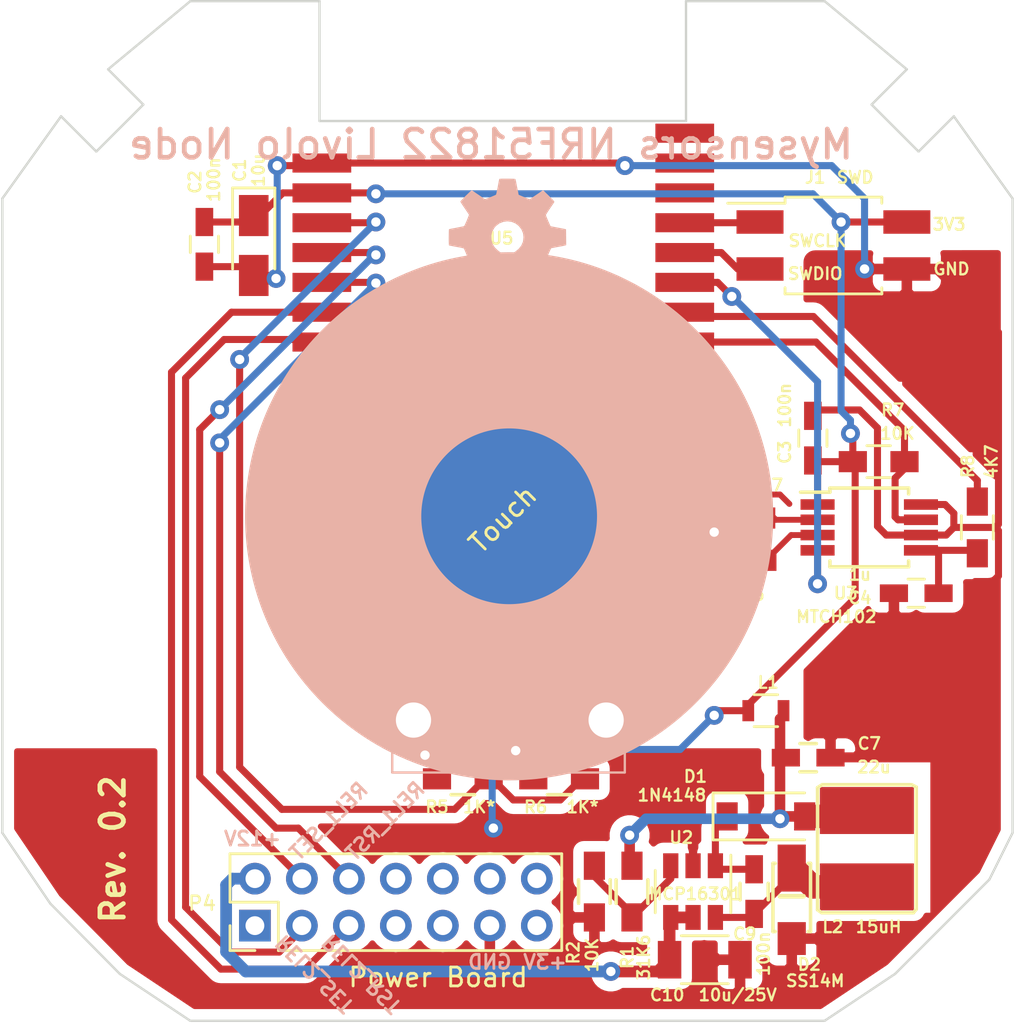
<source format=kicad_pcb>
(kicad_pcb (version 20170123) (host pcbnew no-vcs-found-161045f~59~ubuntu16.04.1)

  (general
    (thickness 1.6)
    (drawings 37)
    (tracks 230)
    (zones 0)
    (modules 31)
    (nets 35)
  )

  (page A4)
  (layers
    (0 F.Cu signal)
    (31 B.Cu signal)
    (32 B.Adhes user)
    (33 F.Adhes user)
    (34 B.Paste user)
    (35 F.Paste user)
    (36 B.SilkS user)
    (37 F.SilkS user)
    (38 B.Mask user)
    (39 F.Mask user)
    (40 Dwgs.User user hide)
    (41 Cmts.User user)
    (42 Eco1.User user)
    (43 Eco2.User user)
    (44 Edge.Cuts user)
    (45 Margin user)
    (46 B.CrtYd user)
    (47 F.CrtYd user)
    (48 B.Fab user)
    (49 F.Fab user)
  )

  (setup
    (last_trace_width 0.25)
    (trace_clearance 0.25)
    (zone_clearance 0.45)
    (zone_45_only no)
    (trace_min 0.2)
    (segment_width 0.2)
    (edge_width 0.1)
    (via_size 0.8)
    (via_drill 0.4)
    (via_min_size 0.4)
    (via_min_drill 0.3)
    (uvia_size 0.3)
    (uvia_drill 0.1)
    (uvias_allowed no)
    (uvia_min_size 0.2)
    (uvia_min_drill 0.1)
    (pcb_text_width 0.3)
    (pcb_text_size 1.5 1.5)
    (mod_edge_width 0.15)
    (mod_text_size 0.5 0.5)
    (mod_text_width 0.1)
    (pad_size 1.5 1.5)
    (pad_drill 0.6)
    (pad_to_mask_clearance 0)
    (aux_axis_origin 0 0)
    (visible_elements 7FFFFF7F)
    (pcbplotparams
      (layerselection 0x010fc_ffffffff)
      (usegerberextensions true)
      (excludeedgelayer true)
      (linewidth 0.100000)
      (plotframeref false)
      (viasonmask false)
      (mode 1)
      (useauxorigin false)
      (hpglpennumber 1)
      (hpglpenspeed 20)
      (hpglpendiameter 15)
      (psnegative false)
      (psa4output false)
      (plotreference true)
      (plotvalue true)
      (plotinvisibletext false)
      (padsonsilk false)
      (subtractmaskfromsilk true)
      (outputformat 1)
      (mirror false)
      (drillshape 0)
      (scaleselection 1)
      (outputdirectory gerber/))
  )

  (net 0 "")
  (net 1 +3V3)
  (net 2 GND)
  (net 3 "Net-(C7-Pad1)")
  (net 4 "Net-(C9-Pad2)")
  (net 5 "Net-(C9-Pad1)")
  (net 6 /12Vcc)
  (net 7 "Net-(D5-Pad1)")
  (net 8 "Net-(D6-Pad2)")
  (net 9 /TS1)
  (net 10 /S1_LEDs)
  (net 11 "Net-(R1-Pad1)")
  (net 12 /Relay2_Reset)
  (net 13 /Relay1_Reset)
  (net 14 /Relay2_Set)
  (net 15 /Relay1_Set)
  (net 16 /SWCLK)
  (net 17 /SWDIO)
  (net 18 "Net-(C4-Pad1)")
  (net 19 "Net-(R3-Pad1)")
  (net 20 "Net-(R3-Pad2)")
  (net 21 "Net-(R4-Pad2)")
  (net 22 "Net-(R4-Pad1)")
  (net 23 /MTSA)
  (net 24 /MTPM)
  (net 25 "Net-(P4-Pad14)")
  (net 26 "Net-(P4-Pad13)")
  (net 27 "Net-(P4-Pad12)")
  (net 28 "Net-(P4-Pad10)")
  (net 29 "Net-(P4-Pad9)")
  (net 30 "Net-(P4-Pad8)")
  (net 31 "Net-(P4-Pad7)")
  (net 32 "Net-(P4-Pad1)")
  (net 33 "Net-(U5-Pad8)")
  (net 34 "Net-(U5-Pad7)")

  (net_class Default "This is the default net class."
    (clearance 0.25)
    (trace_width 0.25)
    (via_dia 0.8)
    (via_drill 0.4)
    (uvia_dia 0.3)
    (uvia_drill 0.1)
    (add_net +3V3)
    (add_net /12Vcc)
    (add_net /MTPM)
    (add_net /MTSA)
    (add_net /Relay1_Reset)
    (add_net /Relay1_Set)
    (add_net /Relay2_Reset)
    (add_net /Relay2_Set)
    (add_net /S1_LEDs)
    (add_net /SWCLK)
    (add_net /SWDIO)
    (add_net /TS1)
    (add_net GND)
    (add_net "Net-(C4-Pad1)")
    (add_net "Net-(C7-Pad1)")
    (add_net "Net-(C9-Pad1)")
    (add_net "Net-(C9-Pad2)")
    (add_net "Net-(D5-Pad1)")
    (add_net "Net-(D6-Pad2)")
    (add_net "Net-(P4-Pad1)")
    (add_net "Net-(P4-Pad10)")
    (add_net "Net-(P4-Pad12)")
    (add_net "Net-(P4-Pad13)")
    (add_net "Net-(P4-Pad14)")
    (add_net "Net-(P4-Pad7)")
    (add_net "Net-(P4-Pad8)")
    (add_net "Net-(P4-Pad9)")
    (add_net "Net-(R1-Pad1)")
    (add_net "Net-(R3-Pad1)")
    (add_net "Net-(R3-Pad2)")
    (add_net "Net-(R4-Pad1)")
    (add_net "Net-(R4-Pad2)")
    (add_net "Net-(U5-Pad7)")
    (add_net "Net-(U5-Pad8)")
  )

  (module w_logo:Logo_silk_OSHW_6x6mm locked (layer B.Cu) (tedit 0) (tstamp 5979DAF1)
    (at 142.4 80 180)
    (descr "Open Hardware Logo, 6x6mm")
    (fp_text reference G*** (at 0 0 180) (layer B.SilkS) hide
      (effects (font (size 0.22606 0.22606) (thickness 0.04318)) (justify mirror))
    )
    (fp_text value LOGO (at 0 -0.3 180) (layer B.SilkS) hide
      (effects (font (size 0.22606 0.22606) (thickness 0.04318)) (justify mirror))
    )
    (fp_poly (pts (xy -1.51384 -2.24536) (xy -1.48844 -2.23012) (xy -1.43002 -2.19456) (xy -1.3462 -2.13868)
      (xy -1.24714 -2.07264) (xy -1.14808 -2.0066) (xy -1.0668 -1.95326) (xy -1.01092 -1.91516)
      (xy -0.98552 -1.90246) (xy -0.97282 -1.90754) (xy -0.9271 -1.9304) (xy -0.85852 -1.96596)
      (xy -0.81788 -1.98628) (xy -0.75692 -2.01168) (xy -0.7239 -2.0193) (xy -0.71882 -2.00914)
      (xy -0.69596 -1.96088) (xy -0.6604 -1.8796) (xy -0.61468 -1.77038) (xy -0.5588 -1.64338)
      (xy -0.50292 -1.50876) (xy -0.4445 -1.36906) (xy -0.38862 -1.23444) (xy -0.34036 -1.11506)
      (xy -0.29972 -1.01854) (xy -0.27432 -0.94996) (xy -0.26416 -0.92202) (xy -0.2667 -0.9144)
      (xy -0.29972 -0.88392) (xy -0.35306 -0.84328) (xy -0.47244 -0.74676) (xy -0.58928 -0.60198)
      (xy -0.6604 -0.43688) (xy -0.68326 -0.25146) (xy -0.66294 -0.08128) (xy -0.5969 0.08128)
      (xy -0.4826 0.2286) (xy -0.3429 0.33782) (xy -0.18034 0.4064) (xy 0 0.42926)
      (xy 0.17272 0.40894) (xy 0.34036 0.3429) (xy 0.48768 0.23114) (xy 0.55118 0.16002)
      (xy 0.63754 0.01016) (xy 0.6858 -0.14732) (xy 0.69088 -0.18796) (xy 0.68326 -0.36322)
      (xy 0.63246 -0.5334) (xy 0.53848 -0.68326) (xy 0.40894 -0.80772) (xy 0.3937 -0.81788)
      (xy 0.33528 -0.8636) (xy 0.29464 -0.89408) (xy 0.26416 -0.91948) (xy 0.48768 -1.45796)
      (xy 0.52324 -1.54178) (xy 0.5842 -1.6891) (xy 0.63754 -1.8161) (xy 0.68072 -1.9177)
      (xy 0.7112 -1.98374) (xy 0.7239 -2.01168) (xy 0.7239 -2.01422) (xy 0.74422 -2.01676)
      (xy 0.78486 -2.00152) (xy 0.86106 -1.96596) (xy 0.90932 -1.94056) (xy 0.96774 -1.91262)
      (xy 0.99314 -1.90246) (xy 1.016 -1.91516) (xy 1.06934 -1.95072) (xy 1.15062 -2.00406)
      (xy 1.24714 -2.06756) (xy 1.33858 -2.13106) (xy 1.4224 -2.18694) (xy 1.48336 -2.22504)
      (xy 1.51384 -2.24282) (xy 1.51892 -2.24282) (xy 1.54432 -2.22758) (xy 1.59258 -2.18694)
      (xy 1.66624 -2.11836) (xy 1.77038 -2.01422) (xy 1.78562 -1.99898) (xy 1.87198 -1.91262)
      (xy 1.94056 -1.83896) (xy 1.98628 -1.78816) (xy 2.00406 -1.7653) (xy 2.00406 -1.7653)
      (xy 1.98882 -1.73482) (xy 1.95072 -1.67386) (xy 1.89484 -1.5875) (xy 1.82626 -1.48844)
      (xy 1.64846 -1.22936) (xy 1.74498 -0.98552) (xy 1.77546 -0.90932) (xy 1.81356 -0.82042)
      (xy 1.8415 -0.75438) (xy 1.85674 -0.72644) (xy 1.88214 -0.71628) (xy 1.95072 -0.70104)
      (xy 2.04724 -0.68072) (xy 2.16154 -0.6604) (xy 2.2733 -0.64008) (xy 2.37236 -0.61976)
      (xy 2.44348 -0.60706) (xy 2.4765 -0.59944) (xy 2.48412 -0.59436) (xy 2.49174 -0.57912)
      (xy 2.49428 -0.5461) (xy 2.49682 -0.48514) (xy 2.49936 -0.39116) (xy 2.49936 -0.25146)
      (xy 2.49936 -0.23622) (xy 2.49682 -0.10668) (xy 2.49428 0) (xy 2.49174 0.06604)
      (xy 2.48666 0.09398) (xy 2.48666 0.09398) (xy 2.45618 0.1016) (xy 2.38506 0.11684)
      (xy 2.286 0.13462) (xy 2.16662 0.15748) (xy 2.159 0.16002) (xy 2.04216 0.18288)
      (xy 1.9431 0.2032) (xy 1.87198 0.21844) (xy 1.84404 0.2286) (xy 1.83642 0.23622)
      (xy 1.81356 0.28194) (xy 1.78054 0.3556) (xy 1.7399 0.4445) (xy 1.7018 0.53848)
      (xy 1.66878 0.6223) (xy 1.64592 0.68326) (xy 1.6383 0.7112) (xy 1.64084 0.71374)
      (xy 1.65862 0.74168) (xy 1.69926 0.80264) (xy 1.75514 0.88646) (xy 1.82372 0.98806)
      (xy 1.8288 0.99568) (xy 1.89738 1.09474) (xy 1.95326 1.1811) (xy 1.98882 1.23952)
      (xy 2.00406 1.26746) (xy 2.00406 1.27) (xy 1.9812 1.30048) (xy 1.9304 1.35636)
      (xy 1.85674 1.43256) (xy 1.77038 1.52146) (xy 1.74244 1.54686) (xy 1.64338 1.64338)
      (xy 1.57734 1.70434) (xy 1.53416 1.73736) (xy 1.51384 1.74498) (xy 1.51384 1.74498)
      (xy 1.48336 1.7272) (xy 1.41986 1.68656) (xy 1.33604 1.62814) (xy 1.23444 1.55956)
      (xy 1.22682 1.55448) (xy 1.12776 1.4859) (xy 1.04394 1.43002) (xy 0.98552 1.38938)
      (xy 0.95758 1.37414) (xy 0.95504 1.37414) (xy 0.9144 1.38684) (xy 0.84328 1.41224)
      (xy 0.75438 1.44526) (xy 0.66294 1.48336) (xy 0.57912 1.51892) (xy 0.51562 1.54686)
      (xy 0.48514 1.56464) (xy 0.48514 1.56464) (xy 0.47498 1.6002) (xy 0.4572 1.6764)
      (xy 0.43688 1.778) (xy 0.41148 1.89992) (xy 0.40894 1.92024) (xy 0.38608 2.03962)
      (xy 0.3683 2.13868) (xy 0.35306 2.20726) (xy 0.34544 2.2352) (xy 0.3302 2.23774)
      (xy 0.27178 2.24282) (xy 0.18288 2.24536) (xy 0.07366 2.24536) (xy -0.0381 2.24536)
      (xy -0.14732 2.24282) (xy -0.2413 2.24028) (xy -0.30988 2.2352) (xy -0.33782 2.23012)
      (xy -0.33782 2.22758) (xy -0.34798 2.18948) (xy -0.36576 2.11582) (xy -0.38608 2.01168)
      (xy -0.40894 1.88976) (xy -0.41402 1.8669) (xy -0.43688 1.75006) (xy -0.4572 1.651)
      (xy -0.4699 1.58496) (xy -0.47752 1.55702) (xy -0.49022 1.55194) (xy -0.53848 1.53162)
      (xy -0.61722 1.4986) (xy -0.71628 1.45796) (xy -0.94488 1.36652) (xy -1.22682 1.55702)
      (xy -1.25222 1.5748) (xy -1.35382 1.64338) (xy -1.4351 1.69926) (xy -1.49352 1.73736)
      (xy -1.51638 1.75006) (xy -1.51892 1.75006) (xy -1.54686 1.72466) (xy -1.60274 1.67132)
      (xy -1.67894 1.59766) (xy -1.76784 1.5113) (xy -1.83134 1.44526) (xy -1.91008 1.36652)
      (xy -1.95834 1.31318) (xy -1.98628 1.28016) (xy -1.9939 1.25984) (xy -1.99136 1.2446)
      (xy -1.97358 1.21666) (xy -1.93294 1.1557) (xy -1.87452 1.06934) (xy -1.80594 0.97028)
      (xy -1.75006 0.88646) (xy -1.6891 0.79248) (xy -1.651 0.72644) (xy -1.63576 0.69342)
      (xy -1.64084 0.68072) (xy -1.65862 0.62484) (xy -1.69418 0.54102) (xy -1.73482 0.44196)
      (xy -1.83388 0.22098) (xy -1.97866 0.19304) (xy -2.06756 0.17526) (xy -2.18948 0.1524)
      (xy -2.30886 0.12954) (xy -2.49174 0.09398) (xy -2.49936 -0.58166) (xy -2.47142 -0.59436)
      (xy -2.44348 -0.60198) (xy -2.3749 -0.61722) (xy -2.27838 -0.63754) (xy -2.16154 -0.65786)
      (xy -2.06502 -0.67564) (xy -1.96596 -0.69596) (xy -1.89484 -0.70866) (xy -1.86436 -0.71628)
      (xy -1.8542 -0.72644) (xy -1.83134 -0.7747) (xy -1.79578 -0.8509) (xy -1.75514 -0.94234)
      (xy -1.71704 -1.03632) (xy -1.68148 -1.12522) (xy -1.65862 -1.19126) (xy -1.64846 -1.22428)
      (xy -1.66116 -1.25222) (xy -1.69926 -1.31064) (xy -1.7526 -1.39192) (xy -1.82118 -1.49098)
      (xy -1.88722 -1.5875) (xy -1.94564 -1.67132) (xy -1.98374 -1.73228) (xy -2.00152 -1.76022)
      (xy -1.99136 -1.778) (xy -1.95326 -1.82626) (xy -1.8796 -1.90246) (xy -1.76784 -2.01168)
      (xy -1.75006 -2.02946) (xy -1.6637 -2.11328) (xy -1.59004 -2.18186) (xy -1.5367 -2.22758)
      (xy -1.51384 -2.24536)) (layer B.SilkS) (width 0.00254))
    (fp_line (start -2.64 -3.04) (end -2.59 -3.08) (layer B.SilkS) (width 0.075))
    (fp_line (start -2.66 -3.01) (end -2.64 -3.04) (layer B.SilkS) (width 0.075))
    (fp_line (start -2.68 -2.95) (end -2.66 -3.01) (layer B.SilkS) (width 0.075))
    (fp_line (start -2.68 -2.75) (end -2.68 -2.95) (layer B.SilkS) (width 0.075))
    (fp_line (start -2.46 -2.66) (end -2.51 -2.62) (layer B.SilkS) (width 0.075))
    (fp_line (start -2.44 -2.69) (end -2.46 -2.66) (layer B.SilkS) (width 0.075))
    (fp_line (start -2.42 -2.75) (end -2.44 -2.69) (layer B.SilkS) (width 0.075))
    (fp_line (start -2.42 -2.95) (end -2.42 -2.75) (layer B.SilkS) (width 0.075))
    (fp_line (start -2.44 -3.02) (end -2.42 -2.95) (layer B.SilkS) (width 0.075))
    (fp_line (start -2.46 -3.05) (end -2.44 -3.02) (layer B.SilkS) (width 0.075))
    (fp_line (start -2.51 -3.08) (end -2.46 -3.05) (layer B.SilkS) (width 0.075))
    (fp_line (start -2.59 -3.08) (end -2.51 -3.08) (layer B.SilkS) (width 0.075))
    (fp_line (start -2.65 -2.68) (end -2.68 -2.75) (layer B.SilkS) (width 0.075))
    (fp_line (start -2.63 -2.65) (end -2.65 -2.68) (layer B.SilkS) (width 0.075))
    (fp_line (start -2.59 -2.62) (end -2.63 -2.65) (layer B.SilkS) (width 0.075))
    (fp_line (start -2.51 -2.62) (end -2.59 -2.62) (layer B.SilkS) (width 0.075))
    (fp_line (start -2.2 -3.32) (end -2.2 -2.62) (layer B.SilkS) (width 0.075))
    (fp_line (start -2.15 -3.08) (end -2.2 -3.05) (layer B.SilkS) (width 0.075))
    (fp_line (start -2.05 -3.08) (end -2.15 -3.08) (layer B.SilkS) (width 0.075))
    (fp_line (start -2.01 -3.05) (end -2.05 -3.08) (layer B.SilkS) (width 0.075))
    (fp_line (start -1.99 -3.02) (end -2.01 -3.05) (layer B.SilkS) (width 0.075))
    (fp_line (start -1.97 -2.96) (end -1.99 -3.02) (layer B.SilkS) (width 0.075))
    (fp_line (start -1.97 -2.74) (end -1.97 -2.96) (layer B.SilkS) (width 0.075))
    (fp_line (start -1.99 -2.68) (end -1.97 -2.74) (layer B.SilkS) (width 0.075))
    (fp_line (start -2.02 -2.65) (end -1.99 -2.68) (layer B.SilkS) (width 0.075))
    (fp_line (start -2.06 -2.62) (end -2.02 -2.65) (layer B.SilkS) (width 0.075))
    (fp_line (start -2.16 -2.62) (end -2.06 -2.62) (layer B.SilkS) (width 0.075))
    (fp_line (start -2.2 -2.65) (end -2.16 -2.62) (layer B.SilkS) (width 0.075))
    (fp_line (start -1.61 -3.08) (end -1.56 -3.05) (layer B.SilkS) (width 0.075))
    (fp_line (start -1.71 -3.08) (end -1.61 -3.08) (layer B.SilkS) (width 0.075))
    (fp_line (start -1.75 -3.05) (end -1.71 -3.08) (layer B.SilkS) (width 0.075))
    (fp_line (start -1.77 -2.98) (end -1.75 -3.05) (layer B.SilkS) (width 0.075))
    (fp_line (start -1.77 -2.71) (end -1.77 -2.98) (layer B.SilkS) (width 0.075))
    (fp_line (start -1.74 -2.65) (end -1.77 -2.71) (layer B.SilkS) (width 0.075))
    (fp_line (start -1.7 -2.62) (end -1.74 -2.65) (layer B.SilkS) (width 0.075))
    (fp_line (start -1.6 -2.62) (end -1.7 -2.62) (layer B.SilkS) (width 0.075))
    (fp_line (start -1.56 -2.66) (end -1.6 -2.62) (layer B.SilkS) (width 0.075))
    (fp_line (start -1.54 -2.73) (end -1.56 -2.66) (layer B.SilkS) (width 0.075))
    (fp_line (start -1.54 -2.85) (end -1.54 -2.73) (layer B.SilkS) (width 0.075))
    (fp_line (start -1.32 -2.62) (end -1.32 -3.08) (layer B.SilkS) (width 0.075))
    (fp_line (start -1.11 -2.71) (end -1.11 -3.08) (layer B.SilkS) (width 0.075))
    (fp_line (start -1.13 -2.65) (end -1.11 -2.71) (layer B.SilkS) (width 0.075))
    (fp_line (start -1.17 -2.62) (end -1.13 -2.65) (layer B.SilkS) (width 0.075))
    (fp_line (start -1.26 -2.62) (end -1.17 -2.62) (layer B.SilkS) (width 0.075))
    (fp_line (start -1.3 -2.65) (end -1.26 -2.62) (layer B.SilkS) (width 0.075))
    (fp_line (start -1.32 -2.68) (end -1.3 -2.65) (layer B.SilkS) (width 0.075))
    (fp_line (start -1.54 -2.85) (end -1.77 -2.85) (layer B.SilkS) (width 0.075))
    (fp_line (start -0.49 -2.38) (end -0.49 -3.08) (layer B.SilkS) (width 0.075))
    (fp_line (start -0.28 -2.71) (end -0.28 -3.08) (layer B.SilkS) (width 0.075))
    (fp_line (start -0.3 -2.65) (end -0.28 -2.71) (layer B.SilkS) (width 0.075))
    (fp_line (start -0.34 -2.62) (end -0.3 -2.65) (layer B.SilkS) (width 0.075))
    (fp_line (start -0.42 -2.62) (end -0.34 -2.62) (layer B.SilkS) (width 0.075))
    (fp_line (start -0.47 -2.65) (end -0.42 -2.62) (layer B.SilkS) (width 0.075))
    (fp_line (start -0.49 -2.69) (end -0.47 -2.65) (layer B.SilkS) (width 0.075))
    (fp_line (start 0.18 -2.71) (end 0.18 -3.08) (layer B.SilkS) (width 0.075))
    (fp_line (start 0.15 -2.65) (end 0.18 -2.71) (layer B.SilkS) (width 0.075))
    (fp_line (start 0.11 -2.62) (end 0.15 -2.65) (layer B.SilkS) (width 0.075))
    (fp_line (start 0.01 -2.62) (end 0.11 -2.62) (layer B.SilkS) (width 0.075))
    (fp_line (start -0.04 -2.65) (end 0.01 -2.62) (layer B.SilkS) (width 0.075))
    (fp_line (start 0.02 -2.81) (end -0.03 -2.84) (layer B.SilkS) (width 0.075))
    (fp_line (start 0.14 -2.81) (end 0.02 -2.81) (layer B.SilkS) (width 0.075))
    (fp_line (start 0.18 -2.78) (end 0.14 -2.81) (layer B.SilkS) (width 0.075))
    (fp_line (start 0.13 -3.08) (end 0.18 -3.04) (layer B.SilkS) (width 0.075))
    (fp_line (start 0.01 -3.08) (end 0.13 -3.08) (layer B.SilkS) (width 0.075))
    (fp_line (start -0.04 -3.04) (end 0.01 -3.08) (layer B.SilkS) (width 0.075))
    (fp_line (start -0.06 -2.98) (end -0.04 -3.04) (layer B.SilkS) (width 0.075))
    (fp_line (start -0.06 -2.91) (end -0.06 -2.98) (layer B.SilkS) (width 0.075))
    (fp_line (start -0.03 -2.84) (end -0.06 -2.91) (layer B.SilkS) (width 0.075))
    (fp_line (start 0.42 -2.62) (end 0.42 -3.08) (layer B.SilkS) (width 0.075))
    (fp_line (start 0.51 -2.62) (end 0.56 -2.62) (layer B.SilkS) (width 0.075))
    (fp_line (start 0.46 -2.65) (end 0.51 -2.62) (layer B.SilkS) (width 0.075))
    (fp_line (start 0.44 -2.67) (end 0.46 -2.65) (layer B.SilkS) (width 0.075))
    (fp_line (start 0.42 -2.74) (end 0.44 -2.67) (layer B.SilkS) (width 0.075))
    (fp_line (start 0.94 -2.38) (end 0.94 -3.08) (layer B.SilkS) (width 0.075))
    (fp_line (start 0.88 -2.61) (end 0.94 -2.65) (layer B.SilkS) (width 0.075))
    (fp_line (start 0.81 -2.61) (end 0.88 -2.61) (layer B.SilkS) (width 0.075))
    (fp_line (start 0.75 -2.65) (end 0.81 -2.61) (layer B.SilkS) (width 0.075))
    (fp_line (start 0.73 -2.68) (end 0.75 -2.65) (layer B.SilkS) (width 0.075))
    (fp_line (start 0.7 -2.75) (end 0.73 -2.68) (layer B.SilkS) (width 0.075))
    (fp_line (start 0.7 -2.95) (end 0.7 -2.75) (layer B.SilkS) (width 0.075))
    (fp_line (start 0.73 -3.02) (end 0.7 -2.95) (layer B.SilkS) (width 0.075))
    (fp_line (start 0.75 -3.05) (end 0.73 -3.02) (layer B.SilkS) (width 0.075))
    (fp_line (start 0.79 -3.08) (end 0.75 -3.05) (layer B.SilkS) (width 0.075))
    (fp_line (start 0.9 -3.08) (end 0.79 -3.08) (layer B.SilkS) (width 0.075))
    (fp_line (start 0.94 -3.05) (end 0.9 -3.08) (layer B.SilkS) (width 0.075))
    (fp_line (start 1.42 -3.08) (end 1.52 -2.62) (layer B.SilkS) (width 0.075))
    (fp_line (start 1.32 -2.74) (end 1.42 -3.08) (layer B.SilkS) (width 0.075))
    (fp_line (start 1.23 -3.08) (end 1.32 -2.74) (layer B.SilkS) (width 0.075))
    (fp_line (start 1.13 -2.62) (end 1.23 -3.08) (layer B.SilkS) (width 0.075))
    (fp_line (start 1.71 -2.84) (end 1.68 -2.91) (layer B.SilkS) (width 0.075))
    (fp_line (start 1.68 -2.91) (end 1.68 -2.98) (layer B.SilkS) (width 0.075))
    (fp_line (start 1.68 -2.98) (end 1.7 -3.04) (layer B.SilkS) (width 0.075))
    (fp_line (start 1.7 -3.04) (end 1.75 -3.08) (layer B.SilkS) (width 0.075))
    (fp_line (start 1.75 -3.08) (end 1.87 -3.08) (layer B.SilkS) (width 0.075))
    (fp_line (start 1.87 -3.08) (end 1.92 -3.04) (layer B.SilkS) (width 0.075))
    (fp_line (start 1.92 -2.78) (end 1.88 -2.81) (layer B.SilkS) (width 0.075))
    (fp_line (start 1.88 -2.81) (end 1.76 -2.81) (layer B.SilkS) (width 0.075))
    (fp_line (start 1.76 -2.81) (end 1.71 -2.84) (layer B.SilkS) (width 0.075))
    (fp_line (start 1.7 -2.65) (end 1.75 -2.62) (layer B.SilkS) (width 0.075))
    (fp_line (start 1.75 -2.62) (end 1.85 -2.62) (layer B.SilkS) (width 0.075))
    (fp_line (start 1.85 -2.62) (end 1.89 -2.65) (layer B.SilkS) (width 0.075))
    (fp_line (start 1.89 -2.65) (end 1.92 -2.71) (layer B.SilkS) (width 0.075))
    (fp_line (start 1.92 -2.71) (end 1.92 -3.08) (layer B.SilkS) (width 0.075))
    (fp_line (start 2.67 -2.85) (end 2.44 -2.85) (layer B.SilkS) (width 0.075))
    (fp_line (start 2.67 -2.85) (end 2.67 -2.73) (layer B.SilkS) (width 0.075))
    (fp_line (start 2.67 -2.73) (end 2.65 -2.66) (layer B.SilkS) (width 0.075))
    (fp_line (start 2.65 -2.66) (end 2.61 -2.62) (layer B.SilkS) (width 0.075))
    (fp_line (start 2.61 -2.62) (end 2.51 -2.62) (layer B.SilkS) (width 0.075))
    (fp_line (start 2.51 -2.62) (end 2.47 -2.65) (layer B.SilkS) (width 0.075))
    (fp_line (start 2.47 -2.65) (end 2.44 -2.71) (layer B.SilkS) (width 0.075))
    (fp_line (start 2.44 -2.71) (end 2.44 -2.98) (layer B.SilkS) (width 0.075))
    (fp_line (start 2.44 -2.98) (end 2.46 -3.05) (layer B.SilkS) (width 0.075))
    (fp_line (start 2.46 -3.05) (end 2.5 -3.08) (layer B.SilkS) (width 0.075))
    (fp_line (start 2.5 -3.08) (end 2.6 -3.08) (layer B.SilkS) (width 0.075))
    (fp_line (start 2.6 -3.08) (end 2.65 -3.05) (layer B.SilkS) (width 0.075))
    (fp_line (start 2.16 -2.74) (end 2.18 -2.67) (layer B.SilkS) (width 0.075))
    (fp_line (start 2.18 -2.67) (end 2.2 -2.65) (layer B.SilkS) (width 0.075))
    (fp_line (start 2.2 -2.65) (end 2.25 -2.62) (layer B.SilkS) (width 0.075))
    (fp_line (start 2.25 -2.62) (end 2.3 -2.62) (layer B.SilkS) (width 0.075))
    (fp_line (start 2.16 -2.62) (end 2.16 -3.08) (layer B.SilkS) (width 0.075))
  )

  (module myfootprints:Livolo_EU_SW_1_Channel_1Way_Frame_VL-C702X-2_Ver_C1 locked (layer B.Cu) (tedit 5910668F) (tstamp 595234D5)
    (at 142.3 92 180)
    (fp_text reference REF** (at -0.3 -0.5 180) (layer B.SilkS) hide
      (effects (font (size 0.5 0.5) (thickness 0.1)) (justify mirror))
    )
    (fp_text value Livolo_EU_SW_2Ways_Frame_VL-C702X-2_Ver_C1 (at 0 0.5 180) (layer B.Fab) hide
      (effects (font (size 0.5 0.5) (thickness 0.1)) (justify mirror))
    )
    (fp_line (start -1.1 -10.57522) (end -1.1 -9.577) (layer Dwgs.User) (width 0.1))
    (fp_circle (center -0.169276 -0.109512) (end 7.475 0.125) (layer B.SilkS) (width 0.1))
    (fp_line (start 3.297 -10.57522) (end 0.756938 -10.57522) (layer Dwgs.User) (width 0.1))
    (fp_line (start -3.640062 -10.57522) (end -3.640062 -9.575) (layer Dwgs.User) (width 0.1))
    (fp_line (start 3.357 -9.577) (end 0.817 -9.577) (layer Dwgs.User) (width 0.1))
    (fp_line (start 4.8048 -11.030002) (end 4.8048 -5.974511) (layer B.SilkS) (width 0.1))
    (fp_circle (center -4.247575 -8.803) (end -3.545536 -9.057) (layer Dwgs.User) (width 0.15))
    (fp_line (start 0.757 -10.57522) (end 0.757 -9.577) (layer Dwgs.User) (width 0.1))
    (fp_line (start 3.297 -9.577) (end 0.757 -9.577) (layer Dwgs.User) (width 0.1))
    (fp_line (start -1.1 -9.577) (end -3.64 -9.577) (layer Dwgs.User) (width 0.1))
    (fp_line (start -5.09516 -11.030002) (end -5.09516 -5.974511) (layer B.SilkS) (width 0.1))
    (fp_line (start 3.357 -10.57522) (end 3.357 -9.577) (layer Dwgs.User) (width 0.1))
    (fp_line (start 3.357 -10.57522) (end 0.816938 -10.57522) (layer Dwgs.User) (width 0.1))
    (fp_circle (center 3.992 -8.818425) (end 4.694039 -9.072425) (layer Dwgs.User) (width 0.15))
    (fp_line (start -1.1 -10.57522) (end -3.640062 -10.57522) (layer Dwgs.User) (width 0.1))
    (fp_line (start 4.800006 -11.03202) (end -5.09 -11.03202) (layer B.SilkS) (width 0.1))
    (fp_line (start -16.61922 -19.58594) (end -13.61694 -21.58492) (layer Dwgs.User) (width 0.1))
    (fp_line (start 13.38072 -21.58492) (end 16.383 -19.58594) (layer Dwgs.User) (width 0.1))
    (fp_line (start 16.88084 18.91538) (end 15.38224 17.41424) (layer Dwgs.User) (width 0.1))
    (fp_line (start -13.61694 21.41474) (end 13.38072 21.41474) (layer Dwgs.User) (width 0.1))
    (fp_line (start 18.88236 16.9164) (end 21.38172 13.41628) (layer Dwgs.User) (width 0.1))
    (fp_line (start -13.61694 -21.58492) (end 13.38072 -21.58492) (layer Dwgs.User) (width 0.1))
    (fp_circle (center 10.652024 -15.552928) (end 11.203748 -15.552928) (layer Dwgs.User) (width 0.1))
    (fp_line (start -15.61846 17.41424) (end -17.11706 18.91538) (layer Dwgs.User) (width 0.1))
    (fp_line (start 13.38072 21.41474) (end 16.88084 18.91538) (layer Dwgs.User) (width 0.1))
    (fp_line (start 15.38224 17.41424) (end 17.38122 15.41526) (layer Dwgs.User) (width 0.1))
    (fp_line (start -21.61794 -13.58392) (end -20.61718 -15.58544) (layer Dwgs.User) (width 0.1))
    (fp_line (start -20.61718 -15.58544) (end -16.61922 -19.58594) (layer Dwgs.User) (width 0.1))
    (fp_line (start 17.38122 15.41526) (end 18.88236 16.9164) (layer Dwgs.User) (width 0.1))
    (fp_line (start 16.383 -19.58594) (end 19.38274 -16.58366) (layer Dwgs.User) (width 0.1))
    (fp_line (start 19.38274 -16.58366) (end 21.38172 -13.58392) (layer Dwgs.User) (width 0.1))
    (fp_line (start -21.61794 13.41628) (end -19.11858 16.9164) (layer Dwgs.User) (width 0.1))
    (fp_line (start -19.11858 16.9164) (end -17.61744 15.41526) (layer Dwgs.User) (width 0.1))
    (fp_line (start -17.11706 18.91538) (end -13.61694 21.41474) (layer Dwgs.User) (width 0.1))
    (fp_line (start -21.61794 -13.58392) (end -21.61794 13.41628) (layer Dwgs.User) (width 0.1))
    (fp_line (start 21.38172 -13.58392) (end 21.38172 13.41628) (layer Dwgs.User) (width 0.1))
    (fp_line (start -17.61744 15.41526) (end -15.61846 17.41424) (layer Dwgs.User) (width 0.1))
    (fp_circle (center 8.652024 -15.552928) (end 9.203748 -15.552928) (layer Dwgs.User) (width 0.1))
    (fp_circle (center 6.652024 -15.552928) (end 7.203748 -15.552928) (layer Dwgs.User) (width 0.1))
    (fp_circle (center 4.652024 -15.552928) (end 5.203748 -15.552928) (layer Dwgs.User) (width 0.1))
    (fp_circle (center 2.652024 -15.552928) (end 3.203748 -15.552928) (layer Dwgs.User) (width 0.1))
    (fp_circle (center 0.652024 -15.552928) (end 1.203748 -15.552928) (layer Dwgs.User) (width 0.1))
    (fp_circle (center -1.347976 -15.552928) (end -0.796252 -15.552928) (layer Dwgs.User) (width 0.1))
    (fp_circle (center 10.652024 -17.552928) (end 11.203748 -17.552928) (layer Dwgs.User) (width 0.1))
    (fp_circle (center 8.652024 -17.552928) (end 9.203748 -17.552928) (layer Dwgs.User) (width 0.1))
    (fp_circle (center 6.652024 -17.552928) (end 7.203748 -17.552928) (layer Dwgs.User) (width 0.1))
    (fp_circle (center 4.652024 -17.552928) (end 5.203748 -17.552928) (layer Dwgs.User) (width 0.1))
    (fp_circle (center 2.652024 -17.552928) (end 3.203748 -17.552928) (layer Dwgs.User) (width 0.1))
    (fp_circle (center 0.652024 -17.552928) (end 1.203748 -17.552928) (layer Dwgs.User) (width 0.1))
    (fp_circle (center -1.347976 -17.552928) (end -0.796252 -17.552928) (layer Dwgs.User) (width 0.1))
  )

  (module Pin_Headers:Pin_Header_Straight_2x02_Pitch2.00mm_SMD (layer F.Cu) (tedit 594A0E13) (tstamp 59483961)
    (at 156.275 80.6)
    (descr "surface-mounted straight pin header, 2x02, 2.00mm pitch, double rows")
    (tags "Surface mounted pin header SMD 2x02 2.00mm double row")
    (path /594872D4)
    (attr smd)
    (fp_text reference J1 (at -0.775 -2.9) (layer F.SilkS)
      (effects (font (size 0.5 0.5) (thickness 0.1)))
    )
    (fp_text value SWD (at 0.925 -2.9) (layer F.SilkS)
      (effects (font (size 0.5 0.5) (thickness 0.1)))
    )
    (fp_text user %R (at 0 -3.06) (layer F.Fab) hide
      (effects (font (size 1 1) (thickness 0.15)))
    )
    (fp_line (start 5 -2.5) (end -5 -2.5) (layer F.CrtYd) (width 0.05))
    (fp_line (start 5 2.5) (end 5 -2.5) (layer F.CrtYd) (width 0.05))
    (fp_line (start -5 2.5) (end 5 2.5) (layer F.CrtYd) (width 0.05))
    (fp_line (start -5 -2.5) (end -5 2.5) (layer F.CrtYd) (width 0.05))
    (fp_line (start -4.5 -1.8) (end -2.06 -1.8) (layer F.SilkS) (width 0.12))
    (fp_line (start 2.06 2.06) (end 2.06 1.8) (layer F.SilkS) (width 0.12))
    (fp_line (start -2.06 2.06) (end 2.06 2.06) (layer F.SilkS) (width 0.12))
    (fp_line (start -2.06 1.8) (end -2.06 2.06) (layer F.SilkS) (width 0.12))
    (fp_line (start 2.06 -2.06) (end 2.06 -1.8) (layer F.SilkS) (width 0.12))
    (fp_line (start -2.06 -2.06) (end 2.06 -2.06) (layer F.SilkS) (width 0.12))
    (fp_line (start -2.06 -1.8) (end -2.06 -2.06) (layer F.SilkS) (width 0.12))
    (fp_line (start 3 0.75) (end 2 0.75) (layer F.Fab) (width 0.1))
    (fp_line (start 3 1.25) (end 3 0.75) (layer F.Fab) (width 0.1))
    (fp_line (start 2 1.25) (end 3 1.25) (layer F.Fab) (width 0.1))
    (fp_line (start 2 0.75) (end 2 1.25) (layer F.Fab) (width 0.1))
    (fp_line (start -3 0.75) (end -2 0.75) (layer F.Fab) (width 0.1))
    (fp_line (start -3 1.25) (end -3 0.75) (layer F.Fab) (width 0.1))
    (fp_line (start -2 1.25) (end -3 1.25) (layer F.Fab) (width 0.1))
    (fp_line (start -2 0.75) (end -2 1.25) (layer F.Fab) (width 0.1))
    (fp_line (start 3 -1.25) (end 2 -1.25) (layer F.Fab) (width 0.1))
    (fp_line (start 3 -0.75) (end 3 -1.25) (layer F.Fab) (width 0.1))
    (fp_line (start 2 -0.75) (end 3 -0.75) (layer F.Fab) (width 0.1))
    (fp_line (start 2 -1.25) (end 2 -0.75) (layer F.Fab) (width 0.1))
    (fp_line (start -3 -1.25) (end -2 -1.25) (layer F.Fab) (width 0.1))
    (fp_line (start -3 -0.75) (end -3 -1.25) (layer F.Fab) (width 0.1))
    (fp_line (start -2 -0.75) (end -3 -0.75) (layer F.Fab) (width 0.1))
    (fp_line (start -2 -1.25) (end -2 -0.75) (layer F.Fab) (width 0.1))
    (fp_line (start 2 -2) (end -2 -2) (layer F.Fab) (width 0.1))
    (fp_line (start 2 2) (end 2 -2) (layer F.Fab) (width 0.1))
    (fp_line (start -2 2) (end 2 2) (layer F.Fab) (width 0.1))
    (fp_line (start -2 -2) (end -2 2) (layer F.Fab) (width 0.1))
    (pad 4 smd rect (at 3.125 1) (size 2 1) (layers F.Cu F.Paste F.Mask)
      (net 2 GND))
    (pad 3 smd rect (at -3.125 1) (size 2 1) (layers F.Cu F.Paste F.Mask)
      (net 17 /SWDIO))
    (pad 2 smd rect (at 3.125 -1) (size 2 1) (layers F.Cu F.Paste F.Mask)
      (net 1 +3V3))
    (pad 1 smd rect (at -3.125 -1) (size 2 1) (layers F.Cu F.Paste F.Mask)
      (net 16 /SWCLK))
  )

  (module myfootprints:PTR5518 (layer F.Cu) (tedit 594A0C7C) (tstamp 59483962)
    (at 142.6294 79.8332)
    (path /59483574)
    (attr smd)
    (fp_text reference U5 (at -0.4826 0.4572) (layer F.SilkS)
      (effects (font (size 0.5 0.5) (thickness 0.1)))
    )
    (fp_text value PTR5518 (at -0.254 2.1082) (layer F.SilkS)
      (effects (font (size 0.5 0.5) (thickness 0.1)))
    )
    (fp_line (start 7.366 -4.5466) (end -8.255 -9.2766) (layer Dwgs.User) (width 0.15))
    (fp_line (start -8.255 -4.5466) (end 7.366 -9.271) (layer Dwgs.User) (width 0.15))
    (fp_line (start 7.366244 -4.5466) (end -8.255 -4.5466) (layer F.Fab) (width 0.15))
    (fp_line (start 7.366244 -4.5466) (end 7.366244 -9.2766) (layer F.Fab) (width 0.15))
    (fp_line (start 7.366244 -9.2766) (end -8.255 -9.2766) (layer F.Fab) (width 0.15))
    (fp_line (start -8.255 -3.2766) (end -8.255 -9.2766) (layer F.Fab) (width 0.15))
    (fp_line (start -8.255 6.096) (end -8.255 5.436874) (layer F.SilkS) (width 0.15))
    (fp_line (start 7.366 6.096) (end -8.255244 6.096) (layer F.SilkS) (width 0.15))
    (fp_line (start 7.366 5.461) (end 7.366 6.096507) (layer F.SilkS) (width 0.15))
    (pad 15 smd rect (at -8.1294 4.8768 270) (size 0.8128 2.5) (layers F.Cu F.Paste F.Mask)
      (net 12 /Relay2_Reset))
    (pad 1 smd rect (at 7.3166 4.8768 270) (size 0.8128 2.5) (layers F.Cu F.Paste F.Mask)
      (net 9 /TS1))
    (pad 14 smd rect (at -8.1294 3.6068 270) (size 0.8128 2.5) (layers F.Cu F.Paste F.Mask)
      (net 14 /Relay2_Set))
    (pad 2 smd rect (at 7.3166 3.6068 270) (size 0.8128 2.5) (layers F.Cu F.Paste F.Mask)
      (net 23 /MTSA))
    (pad 13 smd rect (at -8.1294 2.3368 270) (size 0.8128 2.5) (layers F.Cu F.Paste F.Mask)
      (net 13 /Relay1_Reset))
    (pad 3 smd rect (at 7.3166 2.3368 270) (size 0.8128 2.5) (layers F.Cu F.Paste F.Mask)
      (net 24 /MTPM))
    (pad 12 smd rect (at -8.1294 1.0668 270) (size 0.8128 2.5) (layers F.Cu F.Paste F.Mask)
      (net 15 /Relay1_Set))
    (pad 4 smd rect (at 7.3166 1.0668 270) (size 0.8128 2.5) (layers F.Cu F.Paste F.Mask)
      (net 17 /SWDIO))
    (pad 11 smd rect (at -8.1294 -0.2032 270) (size 0.8128 2.5) (layers F.Cu F.Paste F.Mask)
      (net 10 /S1_LEDs))
    (pad 5 smd rect (at 7.3166 -0.2032 270) (size 0.8128 2.5) (layers F.Cu F.Paste F.Mask)
      (net 16 /SWCLK))
    (pad 10 smd rect (at -8.1294 -1.4732 270) (size 0.8128 2.5) (layers F.Cu F.Paste F.Mask)
      (net 1 +3V3))
    (pad 6 smd rect (at 7.3166 -1.4732 270) (size 0.8128 2.5) (layers F.Cu F.Paste F.Mask))
    (pad 9 smd rect (at -8.1294 -2.7432 270) (size 0.8128 2.5) (layers F.Cu F.Paste F.Mask)
      (net 2 GND))
    (pad 7 smd rect (at 7.3166 -2.7432 270) (size 0.8128 2.5) (layers F.Cu F.Paste F.Mask)
      (net 34 "Net-(U5-Pad7)"))
    (pad 8 smd rect (at 7.3166 -4.0132 270) (size 0.8128 2.5) (layers F.Cu F.Paste F.Mask)
      (net 33 "Net-(U5-Pad8)"))
    (model ${KISYS3DMOD}/Radio_Modules.3dshapes/PTR5518.step
      (at (xyz 0 0 0))
      (scale (xyz 1 1 1))
      (rotate (xyz 0 0 0))
    )
  )

  (module myfootprints:VLCF4020T-150MR68 (layer F.Cu) (tedit 5979D357) (tstamp 586E5C30)
    (at 157.7 106.4)
    (path /586CFA44)
    (fp_text reference L2 (at -1.45 3.2 -180) (layer F.SilkS)
      (effects (font (size 0.5 0.5) (thickness 0.1)))
    )
    (fp_text value 15uH (at 0.5 3.2) (layer F.SilkS)
      (effects (font (size 0.5 0.5) (thickness 0.1)))
    )
    (fp_line (start -2.1 2.475) (end -1.925 2.6) (layer F.SilkS) (width 0.15))
    (fp_line (start 2.1 2.45) (end 1.975 2.6) (layer F.SilkS) (width 0.15))
    (fp_line (start 1.975 2.6) (end -1.9 2.6) (layer F.SilkS) (width 0.15))
    (fp_line (start 2.1 -2.75) (end 1.9 -2.85) (layer F.SilkS) (width 0.15))
    (fp_line (start 2.1 2.45) (end 2.1 -2.75) (layer F.SilkS) (width 0.15))
    (fp_line (start -1.9 -2.85) (end 1.9 -2.85) (layer F.SilkS) (width 0.15))
    (fp_line (start -2.1 2.475) (end -2.1 -2.725) (layer F.SilkS) (width 0.15))
    (fp_line (start -2.1 -2.725) (end -1.9 -2.85) (layer F.SilkS) (width 0.15))
    (pad 1 smd rect (at 0 -1.75) (size 4 2) (layers F.Cu F.Paste F.Mask)
      (net 3 "Net-(C7-Pad1)"))
    (pad 2 smd rect (at 0 1.5) (size 4 2) (layers F.Cu F.Paste F.Mask)
      (net 4 "Net-(C9-Pad2)"))
    (model ${KISYS3DMOD}/Inductors.3dshapes/IFSC-1515AH-01_sp.step
      (at (xyz 0 0 0))
      (scale (xyz 1 1 1))
      (rotate (xyz 0 0 0))
    )
  )

  (module myfootprints:SS14M (layer F.Cu) (tedit 58E37FED) (tstamp 586E5B7F)
    (at 154.5 108.6 270)
    (path /586CFC73)
    (fp_text reference D2 (at 2.6 -0.75) (layer F.SilkS)
      (effects (font (size 0.5 0.5) (thickness 0.1)))
    )
    (fp_text value SS14M (at 3.3 -1) (layer F.SilkS)
      (effects (font (size 0.5 0.5) (thickness 0.1)))
    )
    (fp_line (start -0.3 -0.5) (end -0.3 0.5) (layer F.SilkS) (width 0.2))
    (fp_line (start 1.2 -0.8) (end 1.2 -0.7) (layer F.SilkS) (width 0.15))
    (fp_line (start -1.7 -0.8) (end 1.2 -0.8) (layer F.SilkS) (width 0.15))
    (fp_line (start -1.7 0.8) (end 1.201723 0.8) (layer F.SilkS) (width 0.15))
    (fp_line (start 1.2 0.7) (end 1.2 0.8) (layer F.SilkS) (width 0.15))
    (fp_line (start -1.7 0.7) (end -1.7 0.8) (layer F.SilkS) (width 0.15))
    (fp_line (start -1.7 -0.8) (end -1.7 -0.7) (layer F.SilkS) (width 0.15))
    (pad 1 smd rect (at -1.5 0 270) (size 2 1.2) (layers F.Cu F.Paste F.Mask)
      (net 4 "Net-(C9-Pad2)"))
    (pad 2 smd rect (at 1.5 0 270) (size 1.4 1.2) (layers F.Cu F.Paste F.Mask)
      (net 2 GND))
    (model ${KISYS3DMOD}/DO_Packages_SMD.3dshapes/DO-219AB.stp
      (at (xyz 0 0 0))
      (scale (xyz 1 1 1))
      (rotate (xyz 0 0 180))
    )
  )

  (module Resistors_SMD:R_0603_HandSoldering (layer F.Cu) (tedit 586E4F31) (tstamp 586E5C7F)
    (at 146.1 108.1 90)
    (descr "Resistor SMD 0603, hand soldering")
    (tags "resistor 0603")
    (path /586D0315)
    (attr smd)
    (fp_text reference R2 (at -2.6 -0.9 90) (layer F.SilkS)
      (effects (font (size 0.5 0.5) (thickness 0.1)))
    )
    (fp_text value 10K (at -2.7 -0.1 90) (layer F.SilkS)
      (effects (font (size 0.5 0.5) (thickness 0.1)))
    )
    (fp_line (start -0.5 -0.675) (end 0.5 -0.675) (layer F.SilkS) (width 0.15))
    (fp_line (start 0.5 0.675) (end -0.5 0.675) (layer F.SilkS) (width 0.15))
    (fp_line (start 2 -0.8) (end 2 0.8) (layer F.CrtYd) (width 0.05))
    (fp_line (start -2 -0.8) (end -2 0.8) (layer F.CrtYd) (width 0.05))
    (fp_line (start -2 0.8) (end 2 0.8) (layer F.CrtYd) (width 0.05))
    (fp_line (start -2 -0.8) (end 2 -0.8) (layer F.CrtYd) (width 0.05))
    (fp_line (start -0.8 -0.4) (end 0.8 -0.4) (layer F.Fab) (width 0.1))
    (fp_line (start 0.8 -0.4) (end 0.8 0.4) (layer F.Fab) (width 0.1))
    (fp_line (start 0.8 0.4) (end -0.8 0.4) (layer F.Fab) (width 0.1))
    (fp_line (start -0.8 0.4) (end -0.8 -0.4) (layer F.Fab) (width 0.1))
    (pad 2 smd rect (at 1.1 0 90) (size 1.2 0.9) (layers F.Cu F.Paste F.Mask)
      (net 11 "Net-(R1-Pad1)"))
    (pad 1 smd rect (at -1.1 0 90) (size 1.2 0.9) (layers F.Cu F.Paste F.Mask)
      (net 2 GND))
    (model Resistors_SMD.3dshapes/R_0603_HandSoldering.stp
      (at (xyz 0 0 0))
      (scale (xyz 1 1 1))
      (rotate (xyz 0 0 0))
    )
  )

  (module TO_SOT_Packages_SMD:SOT-23-6 (layer F.Cu) (tedit 58933BCC) (tstamp 586E5D06)
    (at 150.3 108.1 270)
    (descr "6-pin SOT-23 package")
    (tags SOT-23-6)
    (path /586CDA6D)
    (attr smd)
    (fp_text reference U2 (at -2.3 0.5) (layer F.SilkS)
      (effects (font (size 0.5 0.5) (thickness 0.1)))
    )
    (fp_text value MCP16301 (at 0.1 -0.1 180) (layer F.SilkS)
      (effects (font (size 0.5 0.5) (thickness 0.1)))
    )
    (fp_line (start 0.9 -1.55) (end 0.9 1.55) (layer F.Fab) (width 0.15))
    (fp_line (start 0.9 1.55) (end -0.9 1.55) (layer F.Fab) (width 0.15))
    (fp_line (start -0.9 -1.55) (end -0.9 1.55) (layer F.Fab) (width 0.15))
    (fp_line (start 0.9 -1.55) (end -0.9 -1.55) (layer F.Fab) (width 0.15))
    (fp_line (start -1.9 -1.8) (end -1.9 1.8) (layer F.CrtYd) (width 0.05))
    (fp_line (start -1.9 1.8) (end 1.9 1.8) (layer F.CrtYd) (width 0.05))
    (fp_line (start 1.9 1.8) (end 1.9 -1.8) (layer F.CrtYd) (width 0.05))
    (fp_line (start 1.9 -1.8) (end -1.9 -1.8) (layer F.CrtYd) (width 0.05))
    (fp_line (start 0.9 -1.61) (end -1.55 -1.61) (layer F.SilkS) (width 0.12))
    (fp_line (start -0.9 1.61) (end 0.9 1.61) (layer F.SilkS) (width 0.12))
    (pad 5 smd rect (at 1.1 0 270) (size 1.06 0.65) (layers F.Cu F.Paste F.Mask)
      (net 6 /12Vcc))
    (pad 6 smd rect (at 1.1 -0.95 270) (size 1.06 0.65) (layers F.Cu F.Paste F.Mask)
      (net 4 "Net-(C9-Pad2)"))
    (pad 4 smd rect (at 1.1 0.95 270) (size 1.06 0.65) (layers F.Cu F.Paste F.Mask)
      (net 6 /12Vcc))
    (pad 3 smd rect (at -1.1 0.95 270) (size 1.06 0.65) (layers F.Cu F.Paste F.Mask)
      (net 11 "Net-(R1-Pad1)"))
    (pad 2 smd rect (at -1.1 0 270) (size 1.06 0.65) (layers F.Cu F.Paste F.Mask)
      (net 2 GND))
    (pad 1 smd rect (at -1.1 -0.95 270) (size 1.06 0.65) (layers F.Cu F.Paste F.Mask)
      (net 5 "Net-(C9-Pad1)"))
    (model ${KISYS3DMOD}/SOT_Packages_SMD.3dshapes/SOT23-6.stp
      (at (xyz 0 0 0))
      (scale (xyz 1 1 1))
      (rotate (xyz 0 0 0))
    )
  )

  (module myfootprints:hole_1.5mm locked (layer F.Cu) (tedit 587347E2) (tstamp 58737615)
    (at 146.6 100.8)
    (fp_text reference REF** (at 0 0.5) (layer F.SilkS) hide
      (effects (font (size 0.5 0.5) (thickness 0.1)))
    )
    (fp_text value hole_1.5mm (at 0 -0.5) (layer F.Fab) hide
      (effects (font (size 0.5 0.5) (thickness 0.1)))
    )
    (pad "" np_thru_hole circle (at 0 0) (size 1.5 1.5) (drill 1.5) (layers *.Cu *.Mask))
  )

  (module myfootprints:hole_1.5mm locked (layer F.Cu) (tedit 587347E2) (tstamp 58734958)
    (at 138.4 100.8)
    (fp_text reference REF** (at 0 0.5) (layer F.SilkS) hide
      (effects (font (size 0.5 0.5) (thickness 0.1)))
    )
    (fp_text value hole_1.5mm (at 0 -0.5) (layer F.Fab) hide
      (effects (font (size 0.5 0.5) (thickness 0.1)))
    )
    (pad "" np_thru_hole circle (at 0 0) (size 1.5 1.5) (drill 1.5) (layers *.Cu *.Mask))
  )

  (module Capacitors_SMD:C_0603_HandSoldering (layer F.Cu) (tedit 586E5461) (tstamp 586E5ABA)
    (at 155.2 102.4)
    (descr "Capacitor SMD 0603, hand soldering")
    (tags "capacitor 0603")
    (path /586E4CE4)
    (attr smd)
    (fp_text reference C7 (at 2.6 -0.6) (layer F.SilkS)
      (effects (font (size 0.5 0.5) (thickness 0.1)))
    )
    (fp_text value 22u (at 2.8 0.4 180) (layer F.SilkS)
      (effects (font (size 0.5 0.5) (thickness 0.1)))
    )
    (fp_line (start -0.8 0.4) (end -0.8 -0.4) (layer F.Fab) (width 0.15))
    (fp_line (start 0.8 0.4) (end -0.8 0.4) (layer F.Fab) (width 0.15))
    (fp_line (start 0.8 -0.4) (end 0.8 0.4) (layer F.Fab) (width 0.15))
    (fp_line (start -0.8 -0.4) (end 0.8 -0.4) (layer F.Fab) (width 0.15))
    (fp_line (start -1.85 -0.75) (end 1.85 -0.75) (layer F.CrtYd) (width 0.05))
    (fp_line (start -1.85 0.75) (end 1.85 0.75) (layer F.CrtYd) (width 0.05))
    (fp_line (start -1.85 -0.75) (end -1.85 0.75) (layer F.CrtYd) (width 0.05))
    (fp_line (start 1.85 -0.75) (end 1.85 0.75) (layer F.CrtYd) (width 0.05))
    (fp_line (start -0.35 -0.6) (end 0.35 -0.6) (layer F.SilkS) (width 0.15))
    (fp_line (start 0.35 0.6) (end -0.35 0.6) (layer F.SilkS) (width 0.15))
    (pad 1 smd rect (at -0.95 0) (size 1.2 0.75) (layers F.Cu F.Paste F.Mask)
      (net 3 "Net-(C7-Pad1)"))
    (pad 2 smd rect (at 0.95 0) (size 1.2 0.75) (layers F.Cu F.Paste F.Mask)
      (net 2 GND))
    (model Capacitors_SMD.3dshapes/C_0603_HandSoldering.stp
      (at (xyz 0 0 0))
      (scale (xyz 1 1 1))
      (rotate (xyz 0 0 0))
    )
  )

  (module Capacitors_SMD:C_0603_HandSoldering (layer F.Cu) (tedit 586E52DF) (tstamp 586E5ADA)
    (at 152.9 108.1 270)
    (descr "Capacitor SMD 0603, hand soldering")
    (tags "capacitor 0603")
    (path /586D0CDF)
    (attr smd)
    (fp_text reference C9 (at 1.8 0.4) (layer F.SilkS)
      (effects (font (size 0.5 0.5) (thickness 0.1)))
    )
    (fp_text value 100n (at 2.65 -0.4 90) (layer F.SilkS)
      (effects (font (size 0.5 0.5) (thickness 0.1)))
    )
    (fp_line (start 0.35 0.6) (end -0.35 0.6) (layer F.SilkS) (width 0.15))
    (fp_line (start -0.35 -0.6) (end 0.35 -0.6) (layer F.SilkS) (width 0.15))
    (fp_line (start 1.85 -0.75) (end 1.85 0.75) (layer F.CrtYd) (width 0.05))
    (fp_line (start -1.85 -0.75) (end -1.85 0.75) (layer F.CrtYd) (width 0.05))
    (fp_line (start -1.85 0.75) (end 1.85 0.75) (layer F.CrtYd) (width 0.05))
    (fp_line (start -1.85 -0.75) (end 1.85 -0.75) (layer F.CrtYd) (width 0.05))
    (fp_line (start -0.8 -0.4) (end 0.8 -0.4) (layer F.Fab) (width 0.15))
    (fp_line (start 0.8 -0.4) (end 0.8 0.4) (layer F.Fab) (width 0.15))
    (fp_line (start 0.8 0.4) (end -0.8 0.4) (layer F.Fab) (width 0.15))
    (fp_line (start -0.8 0.4) (end -0.8 -0.4) (layer F.Fab) (width 0.15))
    (pad 2 smd rect (at 0.95 0 270) (size 1.2 0.75) (layers F.Cu F.Paste F.Mask)
      (net 4 "Net-(C9-Pad2)"))
    (pad 1 smd rect (at -0.95 0 270) (size 1.2 0.75) (layers F.Cu F.Paste F.Mask)
      (net 5 "Net-(C9-Pad1)"))
    (model Capacitors_SMD.3dshapes/C_0603_HandSoldering.stp
      (at (xyz 0 0 0))
      (scale (xyz 1 1 1))
      (rotate (xyz 0 0 0))
    )
  )

  (module Diodes_SMD:SOD-123 (layer F.Cu) (tedit 586E52DA) (tstamp 586E5B79)
    (at 153.4 104.9)
    (descr SOD-123)
    (tags SOD-123)
    (path /586CFDB1)
    (attr smd)
    (fp_text reference D1 (at -3 -1.7 180) (layer F.SilkS)
      (effects (font (size 0.5 0.5) (thickness 0.1)))
    )
    (fp_text value 1N4148 (at -4 -0.9) (layer F.SilkS)
      (effects (font (size 0.5 0.5) (thickness 0.1)))
    )
    (fp_line (start -2.25 -1) (end 1.65 -1) (layer F.SilkS) (width 0.12))
    (fp_line (start -2.25 1) (end 1.65 1) (layer F.SilkS) (width 0.12))
    (fp_line (start -2.35 -1.15) (end -2.35 1.15) (layer F.CrtYd) (width 0.05))
    (fp_line (start 2.35 1.15) (end -2.35 1.15) (layer F.CrtYd) (width 0.05))
    (fp_line (start 2.35 -1.15) (end 2.35 1.15) (layer F.CrtYd) (width 0.05))
    (fp_line (start -2.35 -1.15) (end 2.35 -1.15) (layer F.CrtYd) (width 0.05))
    (fp_line (start -1.4 -0.9) (end 1.4 -0.9) (layer F.Fab) (width 0.1))
    (fp_line (start 1.4 -0.9) (end 1.4 0.9) (layer F.Fab) (width 0.1))
    (fp_line (start 1.4 0.9) (end -1.4 0.9) (layer F.Fab) (width 0.1))
    (fp_line (start -1.4 0.9) (end -1.4 -0.9) (layer F.Fab) (width 0.1))
    (fp_line (start -0.75 0) (end -0.35 0) (layer F.Fab) (width 0.1))
    (fp_line (start -0.35 0) (end -0.35 -0.55) (layer F.Fab) (width 0.1))
    (fp_line (start -0.35 0) (end -0.35 0.55) (layer F.Fab) (width 0.1))
    (fp_line (start -0.35 0) (end 0.25 -0.4) (layer F.Fab) (width 0.1))
    (fp_line (start 0.25 -0.4) (end 0.25 0.4) (layer F.Fab) (width 0.1))
    (fp_line (start 0.25 0.4) (end -0.35 0) (layer F.Fab) (width 0.1))
    (fp_line (start 0.25 0) (end 0.75 0) (layer F.Fab) (width 0.1))
    (fp_line (start -2.25 -1) (end -2.25 1) (layer F.SilkS) (width 0.12))
    (pad 2 smd rect (at 1.65 0) (size 0.9 1.2) (layers F.Cu F.Paste F.Mask)
      (net 3 "Net-(C7-Pad1)"))
    (pad 1 smd rect (at -1.65 0) (size 0.9 1.2) (layers F.Cu F.Paste F.Mask)
      (net 5 "Net-(C9-Pad1)"))
    (model ${KISYS3DMOD}/SOD_Packages_SMD.3dshapes/SOD123.stp
      (at (xyz 0 0 0))
      (scale (xyz 1 1 1))
      (rotate (xyz 0 0 -90))
    )
  )

  (module Diodes_SMD:D_0603 (layer B.Cu) (tedit 586E5177) (tstamp 586E5BC4)
    (at 144.25 102.05)
    (descr "Diode SMD in 0603 package")
    (tags "smd diode")
    (path /586DBFD9)
    (attr smd)
    (fp_text reference D5 (at 0.75 -1.05) (layer B.SilkS)
      (effects (font (size 0.5 0.5) (thickness 0.1)) (justify mirror))
    )
    (fp_text value Red (at -0.65 -1.05) (layer B.SilkS)
      (effects (font (size 0.5 0.5) (thickness 0.1)) (justify mirror))
    )
    (fp_line (start -1.3 0.55) (end -1.3 -0.55) (layer B.SilkS) (width 0.12))
    (fp_line (start 1.4 -0.65) (end 1.4 0.65) (layer B.CrtYd) (width 0.05))
    (fp_line (start -1.4 -0.65) (end 1.4 -0.65) (layer B.CrtYd) (width 0.05))
    (fp_line (start -1.4 0.65) (end -1.4 -0.65) (layer B.CrtYd) (width 0.05))
    (fp_line (start 1.4 0.65) (end -1.4 0.65) (layer B.CrtYd) (width 0.05))
    (fp_line (start 0.2 0) (end 0.4 0) (layer B.Fab) (width 0.1))
    (fp_line (start -0.1 0) (end -0.3 0) (layer B.Fab) (width 0.1))
    (fp_line (start -0.1 0.2) (end -0.1 -0.2) (layer B.Fab) (width 0.1))
    (fp_line (start 0.2 -0.2) (end 0.2 0.2) (layer B.Fab) (width 0.1))
    (fp_line (start -0.1 0) (end 0.2 -0.2) (layer B.Fab) (width 0.1))
    (fp_line (start 0.2 0.2) (end -0.1 0) (layer B.Fab) (width 0.1))
    (fp_line (start -0.8 -0.4) (end -0.8 0.4) (layer B.Fab) (width 0.1))
    (fp_line (start 0.8 -0.4) (end -0.8 -0.4) (layer B.Fab) (width 0.1))
    (fp_line (start 0.8 0.4) (end 0.8 -0.4) (layer B.Fab) (width 0.1))
    (fp_line (start -0.8 0.4) (end 0.8 0.4) (layer B.Fab) (width 0.1))
    (fp_line (start -1.3 -0.55) (end 0.8 -0.55) (layer B.SilkS) (width 0.12))
    (fp_line (start -1.3 0.55) (end 0.8 0.55) (layer B.SilkS) (width 0.12))
    (pad 1 smd rect (at -0.85 0) (size 0.6 0.8) (layers B.Cu B.Paste B.Mask)
      (net 7 "Net-(D5-Pad1)"))
    (pad 2 smd rect (at 0.85 0) (size 0.6 0.8) (layers B.Cu B.Paste B.Mask)
      (net 1 +3V3))
    (model ${KISYS3DMOD}/LED_Packages_SMD.3dshapes/led_chip_0603_red.stp
      (at (xyz 0 0 0))
      (scale (xyz 1 1 1))
      (rotate (xyz 0 0 0))
    )
  )

  (module Diodes_SMD:D_0603 (layer B.Cu) (tedit 586E5173) (tstamp 586E5BDB)
    (at 140.9 102.05 180)
    (descr "Diode SMD in 0603 package")
    (tags "smd diode")
    (path /586DBC19)
    (attr smd)
    (fp_text reference D6 (at -0.9 1.05 180) (layer B.SilkS)
      (effects (font (size 0.5 0.5) (thickness 0.1)) (justify mirror))
    )
    (fp_text value Blue (at 0.6 1.05 180) (layer B.SilkS)
      (effects (font (size 0.5 0.5) (thickness 0.1)) (justify mirror))
    )
    (fp_line (start -1.3 0.55) (end 0.8 0.55) (layer B.SilkS) (width 0.12))
    (fp_line (start -1.3 -0.55) (end 0.8 -0.55) (layer B.SilkS) (width 0.12))
    (fp_line (start -0.8 0.4) (end 0.8 0.4) (layer B.Fab) (width 0.1))
    (fp_line (start 0.8 0.4) (end 0.8 -0.4) (layer B.Fab) (width 0.1))
    (fp_line (start 0.8 -0.4) (end -0.8 -0.4) (layer B.Fab) (width 0.1))
    (fp_line (start -0.8 -0.4) (end -0.8 0.4) (layer B.Fab) (width 0.1))
    (fp_line (start 0.2 0.2) (end -0.1 0) (layer B.Fab) (width 0.1))
    (fp_line (start -0.1 0) (end 0.2 -0.2) (layer B.Fab) (width 0.1))
    (fp_line (start 0.2 -0.2) (end 0.2 0.2) (layer B.Fab) (width 0.1))
    (fp_line (start -0.1 0.2) (end -0.1 -0.2) (layer B.Fab) (width 0.1))
    (fp_line (start -0.1 0) (end -0.3 0) (layer B.Fab) (width 0.1))
    (fp_line (start 0.2 0) (end 0.4 0) (layer B.Fab) (width 0.1))
    (fp_line (start 1.4 0.65) (end -1.4 0.65) (layer B.CrtYd) (width 0.05))
    (fp_line (start -1.4 0.65) (end -1.4 -0.65) (layer B.CrtYd) (width 0.05))
    (fp_line (start -1.4 -0.65) (end 1.4 -0.65) (layer B.CrtYd) (width 0.05))
    (fp_line (start 1.4 -0.65) (end 1.4 0.65) (layer B.CrtYd) (width 0.05))
    (fp_line (start -1.3 0.55) (end -1.3 -0.55) (layer B.SilkS) (width 0.12))
    (pad 2 smd rect (at 0.85 0 180) (size 0.6 0.8) (layers B.Cu B.Paste B.Mask)
      (net 8 "Net-(D6-Pad2)"))
    (pad 1 smd rect (at -0.85 0 180) (size 0.6 0.8) (layers B.Cu B.Paste B.Mask)
      (net 2 GND))
    (model ${KISYS3DMOD}/LED_Packages_SMD.3dshapes/led_chip_0603_blue.stp
      (at (xyz 0 0 0))
      (scale (xyz 1 1 1))
      (rotate (xyz 0 0 0))
    )
  )

  (module Resistors_SMD:R_0603_HandSoldering (layer F.Cu) (tedit 5979D2CC) (tstamp 586E5C6F)
    (at 147.7 108.1 90)
    (descr "Resistor SMD 0603, hand soldering")
    (tags "resistor 0603")
    (path /586D0A41)
    (attr smd)
    (fp_text reference R1 (at -2.8 -0.2 90) (layer F.SilkS)
      (effects (font (size 0.5 0.5) (thickness 0.1)))
    )
    (fp_text value 31K6 (at -2.8 0.5 90) (layer F.SilkS)
      (effects (font (size 0.5 0.5) (thickness 0.1)))
    )
    (fp_line (start -0.8 0.4) (end -0.8 -0.4) (layer F.Fab) (width 0.1))
    (fp_line (start 0.8 0.4) (end -0.8 0.4) (layer F.Fab) (width 0.1))
    (fp_line (start 0.8 -0.4) (end 0.8 0.4) (layer F.Fab) (width 0.1))
    (fp_line (start -0.8 -0.4) (end 0.8 -0.4) (layer F.Fab) (width 0.1))
    (fp_line (start -2 -0.8) (end 2 -0.8) (layer F.CrtYd) (width 0.05))
    (fp_line (start -2 0.8) (end 2 0.8) (layer F.CrtYd) (width 0.05))
    (fp_line (start -2 -0.8) (end -2 0.8) (layer F.CrtYd) (width 0.05))
    (fp_line (start 2 -0.8) (end 2 0.8) (layer F.CrtYd) (width 0.05))
    (fp_line (start 0.5 0.675) (end -0.5 0.675) (layer F.SilkS) (width 0.15))
    (fp_line (start -0.5 -0.675) (end 0.5 -0.675) (layer F.SilkS) (width 0.15))
    (pad 1 smd rect (at -1.1 0 90) (size 1.2 0.9) (layers F.Cu F.Paste F.Mask)
      (net 11 "Net-(R1-Pad1)"))
    (pad 2 smd rect (at 1.1 0 90) (size 1.2 0.9) (layers F.Cu F.Paste F.Mask)
      (net 3 "Net-(C7-Pad1)"))
    (model Resistors_SMD.3dshapes/R_0603_HandSoldering.stp
      (at (xyz 0 0 0))
      (scale (xyz 1 1 1))
      (rotate (xyz 0 0 0))
    )
  )

  (module Resistors_SMD:R_0603_HandSoldering (layer F.Cu) (tedit 58933CFE) (tstamp 586E5CAF)
    (at 140.5 103.3)
    (descr "Resistor SMD 0603, hand soldering")
    (tags "resistor 0603")
    (path /586E8A7E)
    (attr smd)
    (fp_text reference R5 (at -1.1 1.2) (layer F.SilkS)
      (effects (font (size 0.5 0.5) (thickness 0.1)))
    )
    (fp_text value 1K* (at 0.7 1.2) (layer F.SilkS)
      (effects (font (size 0.5 0.5) (thickness 0.1)))
    )
    (fp_line (start -0.8 0.4) (end -0.8 -0.4) (layer F.Fab) (width 0.1))
    (fp_line (start 0.8 0.4) (end -0.8 0.4) (layer F.Fab) (width 0.1))
    (fp_line (start 0.8 -0.4) (end 0.8 0.4) (layer F.Fab) (width 0.1))
    (fp_line (start -0.8 -0.4) (end 0.8 -0.4) (layer F.Fab) (width 0.1))
    (fp_line (start -2 -0.8) (end 2 -0.8) (layer F.CrtYd) (width 0.05))
    (fp_line (start -2 0.8) (end 2 0.8) (layer F.CrtYd) (width 0.05))
    (fp_line (start -2 -0.8) (end -2 0.8) (layer F.CrtYd) (width 0.05))
    (fp_line (start 2 -0.8) (end 2 0.8) (layer F.CrtYd) (width 0.05))
    (fp_line (start 0.5 0.675) (end -0.5 0.675) (layer F.SilkS) (width 0.15))
    (fp_line (start -0.5 -0.675) (end 0.5 -0.675) (layer F.SilkS) (width 0.15))
    (pad 1 smd rect (at -1.1 0) (size 1.2 0.9) (layers F.Cu F.Paste F.Mask)
      (net 8 "Net-(D6-Pad2)"))
    (pad 2 smd rect (at 1.1 0) (size 1.2 0.9) (layers F.Cu F.Paste F.Mask)
      (net 10 /S1_LEDs))
    (model Resistors_SMD.3dshapes/R_0603_HandSoldering.stp
      (at (xyz 0 0 0))
      (scale (xyz 1 1 1))
      (rotate (xyz 0 0 0))
    )
  )

  (module Resistors_SMD:R_0603_HandSoldering (layer F.Cu) (tedit 58933CF9) (tstamp 586E5CBF)
    (at 144.6 103.3)
    (descr "Resistor SMD 0603, hand soldering")
    (tags "resistor 0603")
    (path /586E9359)
    (attr smd)
    (fp_text reference R6 (at -1 1.2 -180) (layer F.SilkS)
      (effects (font (size 0.5 0.5) (thickness 0.1)))
    )
    (fp_text value 1K* (at 1 1.2 -180) (layer F.SilkS)
      (effects (font (size 0.5 0.5) (thickness 0.1)))
    )
    (fp_line (start -0.5 -0.675) (end 0.5 -0.675) (layer F.SilkS) (width 0.15))
    (fp_line (start 0.5 0.675) (end -0.5 0.675) (layer F.SilkS) (width 0.15))
    (fp_line (start 2 -0.8) (end 2 0.8) (layer F.CrtYd) (width 0.05))
    (fp_line (start -2 -0.8) (end -2 0.8) (layer F.CrtYd) (width 0.05))
    (fp_line (start -2 0.8) (end 2 0.8) (layer F.CrtYd) (width 0.05))
    (fp_line (start -2 -0.8) (end 2 -0.8) (layer F.CrtYd) (width 0.05))
    (fp_line (start -0.8 -0.4) (end 0.8 -0.4) (layer F.Fab) (width 0.1))
    (fp_line (start 0.8 -0.4) (end 0.8 0.4) (layer F.Fab) (width 0.1))
    (fp_line (start 0.8 0.4) (end -0.8 0.4) (layer F.Fab) (width 0.1))
    (fp_line (start -0.8 0.4) (end -0.8 -0.4) (layer F.Fab) (width 0.1))
    (pad 2 smd rect (at 1.1 0) (size 1.2 0.9) (layers F.Cu F.Paste F.Mask)
      (net 10 /S1_LEDs))
    (pad 1 smd rect (at -1.1 0) (size 1.2 0.9) (layers F.Cu F.Paste F.Mask)
      (net 7 "Net-(D5-Pad1)"))
    (model Resistors_SMD.3dshapes/R_0603_HandSoldering.stp
      (at (xyz 0 0 0))
      (scale (xyz 1 1 1))
      (rotate (xyz 0 0 0))
    )
  )

  (module Resistors_SMD:R_0603 (layer F.Cu) (tedit 5979B113) (tstamp 58C1CCB7)
    (at 153.4 100.4 180)
    (descr "Resistor SMD 0603, reflow soldering, Vishay (see dcrcw.pdf)")
    (tags "resistor 0603")
    (path /58C1DEEA)
    (attr smd)
    (fp_text reference L1 (at -0.1 1.2 180) (layer F.SilkS)
      (effects (font (size 0.5 0.5) (thickness 0.1)))
    )
    (fp_text value BLM18HE152SN1D (at -2.7 1.2 180) (layer F.SilkS) hide
      (effects (font (size 0.5 0.5) (thickness 0.1)))
    )
    (fp_line (start 1.25 0.7) (end -1.25 0.7) (layer F.CrtYd) (width 0.05))
    (fp_line (start 1.25 0.7) (end 1.25 -0.7) (layer F.CrtYd) (width 0.05))
    (fp_line (start -1.25 -0.7) (end -1.25 0.7) (layer F.CrtYd) (width 0.05))
    (fp_line (start -1.25 -0.7) (end 1.25 -0.7) (layer F.CrtYd) (width 0.05))
    (fp_line (start -0.5 -0.68) (end 0.5 -0.68) (layer F.SilkS) (width 0.12))
    (fp_line (start 0.5 0.68) (end -0.5 0.68) (layer F.SilkS) (width 0.12))
    (fp_line (start -0.8 -0.4) (end 0.8 -0.4) (layer F.Fab) (width 0.1))
    (fp_line (start 0.8 -0.4) (end 0.8 0.4) (layer F.Fab) (width 0.1))
    (fp_line (start 0.8 0.4) (end -0.8 0.4) (layer F.Fab) (width 0.1))
    (fp_line (start -0.8 0.4) (end -0.8 -0.4) (layer F.Fab) (width 0.1))
    (fp_text user %R (at 0 -1.45 180) (layer F.Fab) hide
      (effects (font (size 1 1) (thickness 0.15)))
    )
    (pad 2 smd rect (at 0.75 0 180) (size 0.5 0.9) (layers F.Cu F.Paste F.Mask)
      (net 1 +3V3))
    (pad 1 smd rect (at -0.75 0 180) (size 0.5 0.9) (layers F.Cu F.Paste F.Mask)
      (net 3 "Net-(C7-Pad1)"))
    (model Resistors_SMD.3dshapes/R_0603.stp
      (at (xyz 0 0 0))
      (scale (xyz 1 1 1))
      (rotate (xyz 0 0 0))
    )
  )

  (module Pin_Headers:Pin_Header_Straight_2x07_Pitch2.00mm locked (layer F.Cu) (tedit 5979D466) (tstamp 590C399A)
    (at 131.65 109.55 90)
    (descr "Through hole straight pin header, 2x07, 2.00mm pitch, double rows")
    (tags "Through hole pin header THT 2x07 2.00mm double row")
    (path /586CF0D6)
    (fp_text reference P4 (at 0.95 -2.25 180) (layer F.SilkS)
      (effects (font (size 0.6 0.6) (thickness 0.1)))
    )
    (fp_text value "Power Board" (at -2.2 7.8 180) (layer F.SilkS)
      (effects (font (size 0.8 0.8) (thickness 0.12)))
    )
    (fp_text user %R (at 1 -2.06 90) (layer F.Fab) hide
      (effects (font (size 1 1) (thickness 0.15)))
    )
    (fp_line (start 3.5 -1.5) (end -1.5 -1.5) (layer F.CrtYd) (width 0.05))
    (fp_line (start 3.5 13.5) (end 3.5 -1.5) (layer F.CrtYd) (width 0.05))
    (fp_line (start -1.5 13.5) (end 3.5 13.5) (layer F.CrtYd) (width 0.05))
    (fp_line (start -1.5 -1.5) (end -1.5 13.5) (layer F.CrtYd) (width 0.05))
    (fp_line (start -1.06 -1.06) (end 0 -1.06) (layer F.SilkS) (width 0.12))
    (fp_line (start -1.06 0) (end -1.06 -1.06) (layer F.SilkS) (width 0.12))
    (fp_line (start 1 1) (end -1.06 1) (layer F.SilkS) (width 0.12))
    (fp_line (start 1 -1.06) (end 1 1) (layer F.SilkS) (width 0.12))
    (fp_line (start 3.06 -1.06) (end 1 -1.06) (layer F.SilkS) (width 0.12))
    (fp_line (start 3.06 13.06) (end 3.06 -1.06) (layer F.SilkS) (width 0.12))
    (fp_line (start -1.06 13.06) (end 3.06 13.06) (layer F.SilkS) (width 0.12))
    (fp_line (start -1.06 1) (end -1.06 13.06) (layer F.SilkS) (width 0.12))
    (fp_line (start 3 -1) (end -1 -1) (layer F.Fab) (width 0.1))
    (fp_line (start 3 13) (end 3 -1) (layer F.Fab) (width 0.1))
    (fp_line (start -1 13) (end 3 13) (layer F.Fab) (width 0.1))
    (fp_line (start -1 -1) (end -1 13) (layer F.Fab) (width 0.1))
    (pad 14 thru_hole oval (at 2 12 90) (size 1.35 1.35) (drill 0.8) (layers *.Cu *.Mask)
      (net 25 "Net-(P4-Pad14)"))
    (pad 13 thru_hole oval (at 0 12 90) (size 1.35 1.35) (drill 0.8) (layers *.Cu *.Mask)
      (net 26 "Net-(P4-Pad13)"))
    (pad 12 thru_hole oval (at 2 10 90) (size 1.35 1.35) (drill 0.8) (layers *.Cu *.Mask)
      (net 27 "Net-(P4-Pad12)"))
    (pad 11 thru_hole oval (at 0 10 90) (size 1.35 1.35) (drill 0.8) (layers *.Cu *.Mask)
      (net 2 GND))
    (pad 10 thru_hole oval (at 2 8 90) (size 1.35 1.35) (drill 0.8) (layers *.Cu *.Mask)
      (net 28 "Net-(P4-Pad10)"))
    (pad 9 thru_hole oval (at 0 8 90) (size 1.35 1.35) (drill 0.8) (layers *.Cu *.Mask)
      (net 29 "Net-(P4-Pad9)"))
    (pad 8 thru_hole oval (at 2 6 90) (size 1.35 1.35) (drill 0.8) (layers *.Cu *.Mask)
      (net 30 "Net-(P4-Pad8)"))
    (pad 7 thru_hole oval (at 0 6 90) (size 1.35 1.35) (drill 0.8) (layers *.Cu *.Mask)
      (net 31 "Net-(P4-Pad7)"))
    (pad 6 thru_hole oval (at 2 4 90) (size 1.35 1.35) (drill 0.8) (layers *.Cu *.Mask)
      (net 13 /Relay1_Reset))
    (pad 5 thru_hole oval (at 0 4 90) (size 1.35 1.35) (drill 0.8) (layers *.Cu *.Mask)
      (net 14 /Relay2_Set))
    (pad 4 thru_hole oval (at 2 2 90) (size 1.35 1.35) (drill 0.8) (layers *.Cu *.Mask)
      (net 15 /Relay1_Set))
    (pad 3 thru_hole oval (at 0 2 90) (size 1.35 1.35) (drill 0.8) (layers *.Cu *.Mask)
      (net 12 /Relay2_Reset))
    (pad 2 thru_hole oval (at 2 0 90) (size 1.35 1.35) (drill 0.8) (layers *.Cu *.Mask)
      (net 6 /12Vcc))
    (pad 1 thru_hole rect (at 0 0 90) (size 1.35 1.35) (drill 0.8) (layers *.Cu *.Mask)
      (net 32 "Net-(P4-Pad1)"))
    (model ${KISYS3DMOD}/Pin_Headers.3dshapes/Female/female_header_2row_14pins_2mm.step
      (at (xyz 0 0 0))
      (scale (xyz 1 1 1))
      (rotate (xyz 0 0 0))
    )
  )

  (module Capacitors_Tantalum_SMD:CP_Tantalum_Case-R_EIA-2012-12_Wave (layer F.Cu) (tedit 5947E736) (tstamp 59483927)
    (at 131.6 80.6 270)
    (descr "Tantalum capacitor, Case R, EIA 2012-12, 2.0x1.3x1.2mm, Wave soldering footprint")
    (tags "capacitor tantalum smd")
    (path /59483ACD)
    (attr smd)
    (fp_text reference C1 (at -3.2 0.6 270) (layer F.SilkS)
      (effects (font (size 0.5 0.5) (thickness 0.1)))
    )
    (fp_text value 10u (at -3.2 -0.2 270) (layer F.SilkS)
      (effects (font (size 0.5 0.5) (thickness 0.1)))
    )
    (fp_line (start -2.45 -0.9) (end -2.45 0.9) (layer F.SilkS) (width 0.12))
    (fp_line (start -2.45 0.9) (end 1 0.9) (layer F.SilkS) (width 0.12))
    (fp_line (start -2.45 -0.9) (end 1 -0.9) (layer F.SilkS) (width 0.12))
    (fp_line (start -0.7 -0.65) (end -0.7 0.65) (layer F.Fab) (width 0.1))
    (fp_line (start -0.8 -0.65) (end -0.8 0.65) (layer F.Fab) (width 0.1))
    (fp_line (start 1 -0.65) (end -1 -0.65) (layer F.Fab) (width 0.1))
    (fp_line (start 1 0.65) (end 1 -0.65) (layer F.Fab) (width 0.1))
    (fp_line (start -1 0.65) (end 1 0.65) (layer F.Fab) (width 0.1))
    (fp_line (start -1 -0.65) (end -1 0.65) (layer F.Fab) (width 0.1))
    (fp_line (start 2.5 -1.05) (end -2.5 -1.05) (layer F.CrtYd) (width 0.05))
    (fp_line (start 2.5 1.05) (end 2.5 -1.05) (layer F.CrtYd) (width 0.05))
    (fp_line (start -2.5 1.05) (end 2.5 1.05) (layer F.CrtYd) (width 0.05))
    (fp_line (start -2.5 -1.05) (end -2.5 1.05) (layer F.CrtYd) (width 0.05))
    (fp_text user %R (at 0 0 270) (layer F.Fab) hide
      (effects (font (size 0.5 0.5) (thickness 0.075)))
    )
    (pad 2 smd rect (at 1.275 0 270) (size 1.75 1.26) (layers F.Cu F.Paste F.Mask)
      (net 2 GND))
    (pad 1 smd rect (at -1.275 0 270) (size 1.75 1.26) (layers F.Cu F.Paste F.Mask)
      (net 1 +3V3))
    (model ${KISYS3DMOD}/Capacitors_Tantalum_SMD.3dshapes/TantalC_SizeR_EIA-2012.stp
      (at (xyz 0 0 0))
      (scale (xyz 1 1 1))
      (rotate (xyz 0 0 180))
    )
  )

  (module Capacitors_SMD:C_0603_HandSoldering (layer F.Cu) (tedit 5948DA5E) (tstamp 5948DA5D)
    (at 129.5 80.55 90)
    (descr "Capacitor SMD 0603, hand soldering")
    (tags "capacitor 0603")
    (path /5948E980)
    (attr smd)
    (fp_text reference C2 (at 2.65 -0.4 90) (layer F.SilkS)
      (effects (font (size 0.5 0.5) (thickness 0.1)))
    )
    (fp_text value 100n (at 2.75 0.4 90) (layer F.SilkS)
      (effects (font (size 0.5 0.5) (thickness 0.1)))
    )
    (fp_line (start 1.8 0.65) (end -1.8 0.65) (layer F.CrtYd) (width 0.05))
    (fp_line (start 1.8 0.65) (end 1.8 -0.65) (layer F.CrtYd) (width 0.05))
    (fp_line (start -1.8 -0.65) (end -1.8 0.65) (layer F.CrtYd) (width 0.05))
    (fp_line (start -1.8 -0.65) (end 1.8 -0.65) (layer F.CrtYd) (width 0.05))
    (fp_line (start 0.35 0.6) (end -0.35 0.6) (layer F.SilkS) (width 0.12))
    (fp_line (start -0.35 -0.6) (end 0.35 -0.6) (layer F.SilkS) (width 0.12))
    (fp_line (start -0.8 -0.4) (end 0.8 -0.4) (layer F.Fab) (width 0.1))
    (fp_line (start 0.8 -0.4) (end 0.8 0.4) (layer F.Fab) (width 0.1))
    (fp_line (start 0.8 0.4) (end -0.8 0.4) (layer F.Fab) (width 0.1))
    (fp_line (start -0.8 0.4) (end -0.8 -0.4) (layer F.Fab) (width 0.1))
    (fp_text user %R (at 0 -1.25 90) (layer F.Fab) hide
      (effects (font (size 1 1) (thickness 0.15)))
    )
    (pad 2 smd rect (at 0.95 0 90) (size 1.2 0.75) (layers F.Cu F.Paste F.Mask)
      (net 1 +3V3))
    (pad 1 smd rect (at -0.95 0 90) (size 1.2 0.75) (layers F.Cu F.Paste F.Mask)
      (net 2 GND))
    (model Capacitors_SMD.3dshapes/C_0603.stp
      (at (xyz 0 0 0))
      (scale (xyz 1 1 1))
      (rotate (xyz 0 0 0))
    )
  )

  (module Capacitors_SMD:C_1206 (layer F.Cu) (tedit 5948FB67) (tstamp 5948FBA7)
    (at 150.8 111)
    (descr "Capacitor SMD 1206, reflow soldering, AVX (see smccp.pdf)")
    (tags "capacitor 1206")
    (path /586E4602)
    (attr smd)
    (fp_text reference C10 (at -1.6 1.5) (layer F.SilkS)
      (effects (font (size 0.5 0.5) (thickness 0.1)))
    )
    (fp_text value 10u/25V (at 1.4 1.5) (layer F.SilkS)
      (effects (font (size 0.5 0.5) (thickness 0.1)))
    )
    (fp_line (start 2.25 1.05) (end -2.25 1.05) (layer F.CrtYd) (width 0.05))
    (fp_line (start 2.25 1.05) (end 2.25 -1.05) (layer F.CrtYd) (width 0.05))
    (fp_line (start -2.25 -1.05) (end -2.25 1.05) (layer F.CrtYd) (width 0.05))
    (fp_line (start -2.25 -1.05) (end 2.25 -1.05) (layer F.CrtYd) (width 0.05))
    (fp_line (start -1 1.02) (end 1 1.02) (layer F.SilkS) (width 0.12))
    (fp_line (start 1 -1.02) (end -1 -1.02) (layer F.SilkS) (width 0.12))
    (fp_line (start -1.6 -0.8) (end 1.6 -0.8) (layer F.Fab) (width 0.1))
    (fp_line (start 1.6 -0.8) (end 1.6 0.8) (layer F.Fab) (width 0.1))
    (fp_line (start 1.6 0.8) (end -1.6 0.8) (layer F.Fab) (width 0.1))
    (fp_line (start -1.6 0.8) (end -1.6 -0.8) (layer F.Fab) (width 0.1))
    (fp_text user %R (at 0 -1.75) (layer F.Fab) hide
      (effects (font (size 1 1) (thickness 0.15)))
    )
    (pad 2 smd rect (at 1.5 0) (size 1 1.6) (layers F.Cu F.Paste F.Mask)
      (net 2 GND))
    (pad 1 smd rect (at -1.5 0) (size 1 1.6) (layers F.Cu F.Paste F.Mask)
      (net 6 /12Vcc))
    (model Capacitors_SMD.3dshapes/C_1206.stp
      (at (xyz 0 0 0))
      (scale (xyz 1 1 1))
      (rotate (xyz 0 0 0))
    )
  )

  (module Capacitors_SMD:C_0603_HandSoldering (layer F.Cu) (tedit 5979B17E) (tstamp 597B32AD)
    (at 155.4 88.8 270)
    (descr "Capacitor SMD 0603, hand soldering")
    (tags "capacitor 0603")
    (path /597A5307)
    (attr smd)
    (fp_text reference C3 (at 0.6 1.2 270) (layer F.SilkS)
      (effects (font (size 0.5 0.5) (thickness 0.1)))
    )
    (fp_text value 100n (at -1.4 1.2 270) (layer F.SilkS)
      (effects (font (size 0.5 0.5) (thickness 0.1)))
    )
    (fp_text user %R (at 0 -1.25 270) (layer F.Fab) hide
      (effects (font (size 1 1) (thickness 0.15)))
    )
    (fp_line (start -0.8 0.4) (end -0.8 -0.4) (layer F.Fab) (width 0.1))
    (fp_line (start 0.8 0.4) (end -0.8 0.4) (layer F.Fab) (width 0.1))
    (fp_line (start 0.8 -0.4) (end 0.8 0.4) (layer F.Fab) (width 0.1))
    (fp_line (start -0.8 -0.4) (end 0.8 -0.4) (layer F.Fab) (width 0.1))
    (fp_line (start -0.35 -0.6) (end 0.35 -0.6) (layer F.SilkS) (width 0.12))
    (fp_line (start 0.35 0.6) (end -0.35 0.6) (layer F.SilkS) (width 0.12))
    (fp_line (start -1.8 -0.65) (end 1.8 -0.65) (layer F.CrtYd) (width 0.05))
    (fp_line (start -1.8 -0.65) (end -1.8 0.65) (layer F.CrtYd) (width 0.05))
    (fp_line (start 1.8 0.65) (end 1.8 -0.65) (layer F.CrtYd) (width 0.05))
    (fp_line (start 1.8 0.65) (end -1.8 0.65) (layer F.CrtYd) (width 0.05))
    (pad 1 smd rect (at -0.95 0 270) (size 1.2 0.75) (layers F.Cu F.Paste F.Mask)
      (net 2 GND))
    (pad 2 smd rect (at 0.95 0 270) (size 1.2 0.75) (layers F.Cu F.Paste F.Mask)
      (net 1 +3V3))
    (model Capacitors_SMD.3dshapes/C_0603.wrl
      (at (xyz 0 0 0))
      (scale (xyz 1 1 1))
      (rotate (xyz 0 0 0))
    )
  )

  (module Capacitors_SMD:C_0603_HandSoldering (layer F.Cu) (tedit 5979B16E) (tstamp 597B32BE)
    (at 159.8 95.4 180)
    (descr "Capacitor SMD 0603, hand soldering")
    (tags "capacitor 0603")
    (path /597A8F11)
    (attr smd)
    (fp_text reference C4 (at 2.4 -0.2 180) (layer F.SilkS)
      (effects (font (size 0.5 0.5) (thickness 0.1)))
    )
    (fp_text value 1u (at 2.4 0.8 180) (layer F.SilkS)
      (effects (font (size 0.5 0.5) (thickness 0.1)))
    )
    (fp_line (start 1.8 0.65) (end -1.8 0.65) (layer F.CrtYd) (width 0.05))
    (fp_line (start 1.8 0.65) (end 1.8 -0.65) (layer F.CrtYd) (width 0.05))
    (fp_line (start -1.8 -0.65) (end -1.8 0.65) (layer F.CrtYd) (width 0.05))
    (fp_line (start -1.8 -0.65) (end 1.8 -0.65) (layer F.CrtYd) (width 0.05))
    (fp_line (start 0.35 0.6) (end -0.35 0.6) (layer F.SilkS) (width 0.12))
    (fp_line (start -0.35 -0.6) (end 0.35 -0.6) (layer F.SilkS) (width 0.12))
    (fp_line (start -0.8 -0.4) (end 0.8 -0.4) (layer F.Fab) (width 0.1))
    (fp_line (start 0.8 -0.4) (end 0.8 0.4) (layer F.Fab) (width 0.1))
    (fp_line (start 0.8 0.4) (end -0.8 0.4) (layer F.Fab) (width 0.1))
    (fp_line (start -0.8 0.4) (end -0.8 -0.4) (layer F.Fab) (width 0.1))
    (fp_text user %R (at 0 -1.25 180) (layer F.Fab) hide
      (effects (font (size 1 1) (thickness 0.15)))
    )
    (pad 2 smd rect (at 0.95 0 180) (size 1.2 0.75) (layers F.Cu F.Paste F.Mask)
      (net 2 GND))
    (pad 1 smd rect (at -0.95 0 180) (size 1.2 0.75) (layers F.Cu F.Paste F.Mask)
      (net 18 "Net-(C4-Pad1)"))
    (model Capacitors_SMD.3dshapes/C_0603.wrl
      (at (xyz 0 0 0))
      (scale (xyz 1 1 1))
      (rotate (xyz 0 0 0))
    )
  )

  (module Resistors_SMD:R_0603 (layer F.Cu) (tedit 5979B176) (tstamp 597B32CF)
    (at 152.85 94 180)
    (descr "Resistor SMD 0603, reflow soldering, Vishay (see dcrcw.pdf)")
    (tags "resistor 0603")
    (path /597A74C2)
    (attr smd)
    (fp_text reference R3 (at 0 -1.45 180) (layer F.SilkS)
      (effects (font (size 0.5 0.5) (thickness 0.1)))
    )
    (fp_text value 0 (at 0.014999 -0.0075 180) (layer F.SilkS)
      (effects (font (size 0.5 0.5) (thickness 0.1)))
    )
    (fp_text user %R (at 0 0 180) (layer F.Fab) hide
      (effects (font (size 0.4 0.4) (thickness 0.075)))
    )
    (fp_line (start -0.8 0.4) (end -0.8 -0.4) (layer F.Fab) (width 0.1))
    (fp_line (start 0.8 0.4) (end -0.8 0.4) (layer F.Fab) (width 0.1))
    (fp_line (start 0.8 -0.4) (end 0.8 0.4) (layer F.Fab) (width 0.1))
    (fp_line (start -0.8 -0.4) (end 0.8 -0.4) (layer F.Fab) (width 0.1))
    (fp_line (start 0.5 0.68) (end -0.5 0.68) (layer F.SilkS) (width 0.12))
    (fp_line (start -0.5 -0.68) (end 0.5 -0.68) (layer F.SilkS) (width 0.12))
    (fp_line (start -1.25 -0.7) (end 1.25 -0.7) (layer F.CrtYd) (width 0.05))
    (fp_line (start -1.25 -0.7) (end -1.25 0.7) (layer F.CrtYd) (width 0.05))
    (fp_line (start 1.25 0.7) (end 1.25 -0.7) (layer F.CrtYd) (width 0.05))
    (fp_line (start 1.25 0.7) (end -1.25 0.7) (layer F.CrtYd) (width 0.05))
    (pad 1 smd rect (at -0.75 0 180) (size 0.5 0.9) (layers F.Cu F.Paste F.Mask)
      (net 19 "Net-(R3-Pad1)"))
    (pad 2 smd rect (at 0.75 0 180) (size 0.5 0.9) (layers F.Cu F.Paste F.Mask)
      (net 20 "Net-(R3-Pad2)"))
    (model ${KISYS3DMOD}/Resistors_SMD.3dshapes/R_0603.wrl
      (at (xyz 0 0 0))
      (scale (xyz 1 1 1))
      (rotate (xyz 0 0 0))
    )
  )

  (module Resistors_SMD:R_0603 (layer F.Cu) (tedit 5979B173) (tstamp 597B32E0)
    (at 152.8 92.2 180)
    (descr "Resistor SMD 0603, reflow soldering, Vishay (see dcrcw.pdf)")
    (tags "resistor 0603")
    (path /597A7E08)
    (attr smd)
    (fp_text reference R4 (at 1 1.4 180) (layer F.SilkS)
      (effects (font (size 0.5 0.5) (thickness 0.1)))
    )
    (fp_text value 4K7 (at -0.6 1.4 180) (layer F.SilkS)
      (effects (font (size 0.5 0.5) (thickness 0.1)))
    )
    (fp_line (start 1.25 0.7) (end -1.25 0.7) (layer F.CrtYd) (width 0.05))
    (fp_line (start 1.25 0.7) (end 1.25 -0.7) (layer F.CrtYd) (width 0.05))
    (fp_line (start -1.25 -0.7) (end -1.25 0.7) (layer F.CrtYd) (width 0.05))
    (fp_line (start -1.25 -0.7) (end 1.25 -0.7) (layer F.CrtYd) (width 0.05))
    (fp_line (start -0.5 -0.68) (end 0.5 -0.68) (layer F.SilkS) (width 0.12))
    (fp_line (start 0.5 0.68) (end -0.5 0.68) (layer F.SilkS) (width 0.12))
    (fp_line (start -0.8 -0.4) (end 0.8 -0.4) (layer F.Fab) (width 0.1))
    (fp_line (start 0.8 -0.4) (end 0.8 0.4) (layer F.Fab) (width 0.1))
    (fp_line (start 0.8 0.4) (end -0.8 0.4) (layer F.Fab) (width 0.1))
    (fp_line (start -0.8 0.4) (end -0.8 -0.4) (layer F.Fab) (width 0.1))
    (fp_text user %R (at 0 0 180) (layer F.Fab) hide
      (effects (font (size 0.4 0.4) (thickness 0.075)))
    )
    (pad 2 smd rect (at 0.75 0 180) (size 0.5 0.9) (layers F.Cu F.Paste F.Mask)
      (net 21 "Net-(R4-Pad2)"))
    (pad 1 smd rect (at -0.75 0 180) (size 0.5 0.9) (layers F.Cu F.Paste F.Mask)
      (net 22 "Net-(R4-Pad1)"))
    (model ${KISYS3DMOD}/Resistors_SMD.3dshapes/R_0603.wrl
      (at (xyz 0 0 0))
      (scale (xyz 1 1 1))
      (rotate (xyz 0 0 0))
    )
  )

  (module Resistors_SMD:R_0603_HandSoldering (layer F.Cu) (tedit 5979B17A) (tstamp 597B32F1)
    (at 158.2 89.8 180)
    (descr "Resistor SMD 0603, hand soldering")
    (tags "resistor 0603")
    (path /597A5E55)
    (attr smd)
    (fp_text reference R7 (at -0.6 2.2 180) (layer F.SilkS)
      (effects (font (size 0.5 0.5) (thickness 0.1)))
    )
    (fp_text value 10K (at -0.8 1.2 180) (layer F.SilkS)
      (effects (font (size 0.5 0.5) (thickness 0.1)))
    )
    (fp_line (start 1.95 0.7) (end -1.96 0.7) (layer F.CrtYd) (width 0.05))
    (fp_line (start 1.95 0.7) (end 1.95 -0.7) (layer F.CrtYd) (width 0.05))
    (fp_line (start -1.96 -0.7) (end -1.96 0.7) (layer F.CrtYd) (width 0.05))
    (fp_line (start -1.96 -0.7) (end 1.95 -0.7) (layer F.CrtYd) (width 0.05))
    (fp_line (start -0.5 -0.68) (end 0.5 -0.68) (layer F.SilkS) (width 0.12))
    (fp_line (start 0.5 0.68) (end -0.5 0.68) (layer F.SilkS) (width 0.12))
    (fp_line (start -0.8 -0.4) (end 0.8 -0.4) (layer F.Fab) (width 0.1))
    (fp_line (start 0.8 -0.4) (end 0.8 0.4) (layer F.Fab) (width 0.1))
    (fp_line (start 0.8 0.4) (end -0.8 0.4) (layer F.Fab) (width 0.1))
    (fp_line (start -0.8 0.4) (end -0.8 -0.4) (layer F.Fab) (width 0.1))
    (fp_text user %R (at 0 0 180) (layer F.Fab) hide
      (effects (font (size 0.4 0.4) (thickness 0.075)))
    )
    (pad 2 smd rect (at 1.1 0 180) (size 1.2 0.9) (layers F.Cu F.Paste F.Mask)
      (net 1 +3V3))
    (pad 1 smd rect (at -1.1 0 180) (size 1.2 0.9) (layers F.Cu F.Paste F.Mask)
      (net 9 /TS1))
    (model ${KISYS3DMOD}/Resistors_SMD.3dshapes/R_0603.wrl
      (at (xyz 0 0 0))
      (scale (xyz 1 1 1))
      (rotate (xyz 0 0 0))
    )
  )

  (module Resistors_SMD:R_0603_HandSoldering (layer F.Cu) (tedit 5979B182) (tstamp 597B3302)
    (at 162.4 92.6 270)
    (descr "Resistor SMD 0603, hand soldering")
    (tags "resistor 0603")
    (path /597A8D7B)
    (attr smd)
    (fp_text reference R8 (at -2.6 0.4 270) (layer F.SilkS)
      (effects (font (size 0.5 0.5) (thickness 0.1)))
    )
    (fp_text value 4K7 (at -2.8 -0.6 270) (layer F.SilkS)
      (effects (font (size 0.5 0.5) (thickness 0.1)))
    )
    (fp_text user %R (at 0 0 270) (layer F.Fab) hide
      (effects (font (size 0.4 0.4) (thickness 0.075)))
    )
    (fp_line (start -0.8 0.4) (end -0.8 -0.4) (layer F.Fab) (width 0.1))
    (fp_line (start 0.8 0.4) (end -0.8 0.4) (layer F.Fab) (width 0.1))
    (fp_line (start 0.8 -0.4) (end 0.8 0.4) (layer F.Fab) (width 0.1))
    (fp_line (start -0.8 -0.4) (end 0.8 -0.4) (layer F.Fab) (width 0.1))
    (fp_line (start 0.5 0.68) (end -0.5 0.68) (layer F.SilkS) (width 0.12))
    (fp_line (start -0.5 -0.68) (end 0.5 -0.68) (layer F.SilkS) (width 0.12))
    (fp_line (start -1.96 -0.7) (end 1.95 -0.7) (layer F.CrtYd) (width 0.05))
    (fp_line (start -1.96 -0.7) (end -1.96 0.7) (layer F.CrtYd) (width 0.05))
    (fp_line (start 1.95 0.7) (end 1.95 -0.7) (layer F.CrtYd) (width 0.05))
    (fp_line (start 1.95 0.7) (end -1.96 0.7) (layer F.CrtYd) (width 0.05))
    (pad 1 smd rect (at -1.1 0 270) (size 1.2 0.9) (layers F.Cu F.Paste F.Mask)
      (net 23 /MTSA))
    (pad 2 smd rect (at 1.1 0 270) (size 1.2 0.9) (layers F.Cu F.Paste F.Mask)
      (net 18 "Net-(C4-Pad1)"))
    (model ${KISYS3DMOD}/Resistors_SMD.3dshapes/R_0603.wrl
      (at (xyz 0 0 0))
      (scale (xyz 1 1 1))
      (rotate (xyz 0 0 0))
    )
  )

  (module Housings_SSOP:MSOP-8_3x3mm_Pitch0.65mm (layer F.Cu) (tedit 5979B132) (tstamp 597B3334)
    (at 157.8 92.6)
    (descr "8-Lead Plastic Micro Small Outline Package (MS) [MSOP] (see Microchip Packaging Specification 00000049BS.pdf)")
    (tags "SSOP 0.65")
    (path /597A2D53)
    (attr smd)
    (fp_text reference U3 (at -1 2.8 180) (layer F.SilkS)
      (effects (font (size 0.5 0.5) (thickness 0.1)))
    )
    (fp_text value MTCH102 (at -1.4 3.8) (layer F.SilkS)
      (effects (font (size 0.5 0.5) (thickness 0.1)))
    )
    (fp_text user %R (at 0 0) (layer F.Fab) hide
      (effects (font (size 0.6 0.6) (thickness 0.15)))
    )
    (fp_line (start -1.675 -1.5) (end -2.925 -1.5) (layer F.SilkS) (width 0.15))
    (fp_line (start -1.675 1.675) (end 1.675 1.675) (layer F.SilkS) (width 0.15))
    (fp_line (start -1.675 -1.675) (end 1.675 -1.675) (layer F.SilkS) (width 0.15))
    (fp_line (start -1.675 1.675) (end -1.675 1.425) (layer F.SilkS) (width 0.15))
    (fp_line (start 1.675 1.675) (end 1.675 1.425) (layer F.SilkS) (width 0.15))
    (fp_line (start 1.675 -1.675) (end 1.675 -1.425) (layer F.SilkS) (width 0.15))
    (fp_line (start -1.675 -1.675) (end -1.675 -1.5) (layer F.SilkS) (width 0.15))
    (fp_line (start -3.2 1.85) (end 3.2 1.85) (layer F.CrtYd) (width 0.05))
    (fp_line (start -3.2 -1.85) (end 3.2 -1.85) (layer F.CrtYd) (width 0.05))
    (fp_line (start 3.2 -1.85) (end 3.2 1.85) (layer F.CrtYd) (width 0.05))
    (fp_line (start -3.2 -1.85) (end -3.2 1.85) (layer F.CrtYd) (width 0.05))
    (fp_line (start -1.5 -0.5) (end -0.5 -1.5) (layer F.Fab) (width 0.15))
    (fp_line (start -1.5 1.5) (end -1.5 -0.5) (layer F.Fab) (width 0.15))
    (fp_line (start 1.5 1.5) (end -1.5 1.5) (layer F.Fab) (width 0.15))
    (fp_line (start 1.5 -1.5) (end 1.5 1.5) (layer F.Fab) (width 0.15))
    (fp_line (start -0.5 -1.5) (end 1.5 -1.5) (layer F.Fab) (width 0.15))
    (pad 8 smd rect (at 2.2 -0.975) (size 1.45 0.45) (layers F.Cu F.Paste F.Mask)
      (net 2 GND))
    (pad 7 smd rect (at 2.2 -0.325) (size 1.45 0.45) (layers F.Cu F.Paste F.Mask)
      (net 9 /TS1))
    (pad 6 smd rect (at 2.2 0.325) (size 1.45 0.45) (layers F.Cu F.Paste F.Mask)
      (net 2 GND))
    (pad 5 smd rect (at 2.2 0.975) (size 1.45 0.45) (layers F.Cu F.Paste F.Mask)
      (net 18 "Net-(C4-Pad1)"))
    (pad 4 smd rect (at -2.2 0.975) (size 1.45 0.45) (layers F.Cu F.Paste F.Mask)
      (net 24 /MTPM))
    (pad 3 smd rect (at -2.2 0.325) (size 1.45 0.45) (layers F.Cu F.Paste F.Mask)
      (net 19 "Net-(R3-Pad1)"))
    (pad 2 smd rect (at -2.2 -0.325) (size 1.45 0.45) (layers F.Cu F.Paste F.Mask)
      (net 22 "Net-(R4-Pad1)"))
    (pad 1 smd rect (at -2.2 -0.975) (size 1.45 0.45) (layers F.Cu F.Paste F.Mask)
      (net 1 +3V3))
    (model ${KISYS3DMOD}/Housings_SSOP.3dshapes/msop_8_3x3mm_p065mm.stp
      (at (xyz 0 0 0))
      (scale (xyz 1 1 1))
      (rotate (xyz 0 0 90))
    )
  )

  (module myfootprints:livolo_ts_guard locked (layer F.Cu) (tedit 5979AF3F) (tstamp 597B5B16)
    (at 142.643459 91.92022 45)
    (path /597A47EA)
    (fp_text reference U1 (at -1.123271 0.209684 45) (layer F.SilkS) hide
      (effects (font (size 0.4 0.4) (thickness 0.1)))
    )
    (fp_text value Touch (at -0.541992 -0.075738 45) (layer F.SilkS)
      (effects (font (size 0.8 0.8) (thickness 0.12)))
    )
    (fp_arc (start -0.266992 0.024262) (end 4.058007 7.074261) (angle 341.6824015) (layer F.Cu) (width 0.3))
    (fp_line (start 6.555139 4.644894) (end -4.882379 -6.792624) (layer F.Cu) (width 0.3))
    (fp_line (start -3.390263 -7.615614) (end -7.903249 -3.102628) (layer F.Cu) (width 0.3))
    (fp_line (start 7.768173 -1.80683) (end -2.10342 8.064763) (layer F.Cu) (width 0.3))
    (fp_line (start 2.721767 -7.671868) (end 7.434441 -2.959194) (layer F.Cu) (width 0.3))
    (fp_line (start 3.304686 3.819381) (end -6.216514 -5.701819) (layer F.Cu) (width 0.3))
    (fp_line (start 4.097451 7.035176) (end -7.277795 -4.34007) (layer F.Cu) (width 0.3))
    (fp_line (start -3.021059 7.770392) (end 7.516542 -2.767209) (layer F.Cu) (width 0.3))
    (fp_line (start 7.890838 -1.290597) (end 1.0657 -8.115735) (layer F.Cu) (width 0.3))
    (fp_line (start -7.511669 3.910256) (end -4.057154 7.364771) (layer F.Cu) (width 0.3))
    (fp_line (start 5.151464 4.446459) (end 7.815845 1.782078) (layer F.Cu) (width 0.3))
    (fp_line (start 7.391685 3.05834) (end -3.295828 -7.629173) (layer F.Cu) (width 0.3))
    (fp_line (start -6.007625 5.908928) (end 5.625651 -5.724348) (layer F.Cu) (width 0.3))
    (fp_line (start 4.994642 -6.305359) (end -6.588607 5.27789) (layer F.Cu) (width 0.3))
    (fp_line (start 1.796112 -7.953889) (end -8.25393 2.096153) (layer F.Cu) (width 0.3))
    (fp_line (start -6.785039 -5.058404) (end 2.696723 4.423358) (layer F.Cu) (width 0.3))
    (fp_line (start 7.160552 -3.623239) (end -3.902158 7.439471) (layer F.Cu) (width 0.3))
    (fp_line (start -4.126352 -7.248647) (end 7.023647 3.901352) (layer F.Cu) (width 0.3))
    (fp_line (start -8.435025 1.065148) (end 0.806972 -8.176849) (layer F.Cu) (width 0.3))
    (fp_line (start 2.718276 5.667847) (end 0.122136 8.263987) (layer F.Cu) (width 0.3))
    (fp_line (start -8.312092 -1.738297) (end 1.504261 8.078056) (layer F.Cu) (width 0.3))
    (fp_line (start -0.215338 -8.184673) (end 7.984673 0.015338) (layer F.Cu) (width 0.3))
    (fp_line (start 0.460787 8.246572) (end -8.46815 -0.682365) (layer F.Cu) (width 0.3))
    (fp_line (start -2.151272 8.058583) (end -8.28 1.929855) (layer F.Cu) (width 0.3))
    (fp_line (start -8.499086 0.498779) (end -0.720149 8.277716) (layer F.Cu) (width 0.3))
    (fp_line (start 3.533124 -7.266901) (end -7.575018 3.841241) (layer F.Cu) (width 0.3))
    (fp_line (start -2.352394 -7.897679) (end 7.697642 2.152357) (layer F.Cu) (width 0.3))
    (fp_line (start 7.916181 1.158846) (end -1.371333 -8.128668) (layer F.Cu) (width 0.3))
    (fp_line (start -5.576392 -6.273667) (end 6.077474 5.380199) (layer F.Cu) (width 0.3))
    (fp_line (start -7.721302 -3.571617) (end 3.303886 7.453571) (layer F.Cu) (width 0.3))
    (fp_line (start 2.460307 7.822032) (end -8.014855 -2.65313) (layer F.Cu) (width 0.3))
    (fp_line (start -1.059294 8.232707) (end 7.936714 -0.763301) (layer F.Cu) (width 0.3))
    (fp_line (start -7.119487 4.59681) (end 4.301161 -6.823838) (layer F.Cu) (width 0.3))
    (fp_line (start -0.365922 -8.215955) (end -8.515954 -0.065923) (layer F.Cu) (width 0.3))
    (fp_line (start 6.206651 -5.093378) (end -5.376838 6.490111) (layer F.Cu) (width 0.3))
    (fp_line (start -4.670701 6.995994) (end 6.687653 -4.36236) (layer F.Cu) (width 0.3))
    (fp_line (start -7.930974 2.985297) (end 2.706534 -7.652211) (layer F.Cu) (width 0.3))
    (fp_line (start -8.397197 -1.39678) (end -1.671951 -8.122026) (layer F.Cu) (width 0.3))
    (fp_circle (center -0.266992 0.024262) (end 3.025 1.8) (layer B.SilkS) (width 7.5))
    (fp_line (start 1.518069 8.088552) (end 3.315817 6.290804) (layer F.Cu) (width 0.3))
    (fp_line (start 7.997659 0.388464) (end 4.545752 3.840371) (layer F.Cu) (width 0.3))
    (pad 1 smd circle (at -0.266992 0.024262 45) (size 15 15) (layers B.Cu)
      (net 21 "Net-(R4-Pad2)"))
    (pad 2 smd circle (at 4.008008 6.999262 45) (size 0.5 0.5) (layers F.Cu)
      (net 20 "Net-(R3-Pad2)"))
    (pad 2 smd circle (at 6.058008 5.324262 45) (size 0.5 0.5) (layers F.Cu)
      (net 20 "Net-(R3-Pad2)"))
  )

  (gr_line (start 134.4 75.30098) (end 150 75.30098) (layer Edge.Cuts) (width 0.1) (tstamp 594A0FBA))
  (gr_line (start 150 75.30098) (end 150 70.2) (layer Edge.Cuts) (width 0.1) (tstamp 594A0FB4))
  (gr_line (start 134.4 75.30098) (end 134.4 70.2) (layer Edge.Cuts) (width 0.1) (tstamp 594A0FB2))
  (gr_line (start 150 70.2) (end 155.9 70.2) (layer Edge.Cuts) (width 0.1) (tstamp 594A0FAF))
  (gr_text +3V (at 144 111.1) (layer B.SilkS) (tstamp 590C846D)
    (effects (font (size 0.6 0.6) (thickness 0.12)) (justify mirror))
  )
  (gr_line (start 158.90064 111.60234) (end 162.91 107.59) (layer Edge.Cuts) (width 0.1))
  (gr_line (start 157.89988 74.60216) (end 159.89886 76.60114) (layer Edge.Cuts) (width 0.1))
  (gr_line (start 125.89842 111.60234) (end 128.9007 113.60132) (layer Edge.Cuts) (width 0.1))
  (gr_line (start 163.89936 105.60032) (end 163.89936 78.60012) (layer Edge.Cuts) (width 0.1))
  (gr_line (start 126.89918 74.60216) (end 125.40058 73.10102) (layer Edge.Cuts) (width 0.1))
  (gr_line (start 155.9 70.2) (end 159.39848 73.10102) (layer Edge.Cuts) (width 0.1))
  (gr_line (start 162.91 107.59) (end 163.89936 105.60032) (layer Edge.Cuts) (width 0.1))
  (gr_line (start 120.8997 105.60032) (end 120.8997 78.60012) (layer Edge.Cuts) (width 0.1))
  (gr_line (start 123.39906 75.1) (end 124.9002 76.60114) (layer Edge.Cuts) (width 0.1))
  (gr_line (start 124.9002 76.60114) (end 126.89918 74.60216) (layer Edge.Cuts) (width 0.1))
  (gr_line (start 125.40058 73.10102) (end 128.9 70.2) (layer Edge.Cuts) (width 0.1))
  (gr_line (start 128.9 70.2) (end 134.4 70.2) (layer Edge.Cuts) (width 0.1))
  (gr_line (start 159.89886 76.60114) (end 161.4 75.1) (layer Edge.Cuts) (width 0.1))
  (gr_line (start 122.94 108.61) (end 125.89842 111.60234) (layer Edge.Cuts) (width 0.1))
  (gr_line (start 155.89836 113.60132) (end 158.90064 111.60234) (layer Edge.Cuts) (width 0.1))
  (gr_line (start 128.9007 113.60132) (end 155.89836 113.60132) (layer Edge.Cuts) (width 0.1))
  (gr_line (start 120.8997 105.60032) (end 122.94 108.61) (layer Edge.Cuts) (width 0.1))
  (gr_line (start 159.39848 73.10102) (end 157.89988 74.60216) (layer Edge.Cuts) (width 0.1))
  (gr_line (start 120.8997 78.60012) (end 123.39906 75.1) (layer Edge.Cuts) (width 0.1))
  (gr_line (start 161.4 75.1) (end 163.89936 78.60012) (layer Edge.Cuts) (width 0.1))
  (gr_text REL1_SET (at 134.8 105.1 45) (layer B.SilkS) (tstamp 58C6BAAE)
    (effects (font (size 0.6 0.6) (thickness 0.12)) (justify mirror))
  )
  (gr_text REL1_RST (at 137.2 105.1 45) (layer B.SilkS) (tstamp 58C6BA8F)
    (effects (font (size 0.6 0.6) (thickness 0.12)) (justify mirror))
  )
  (gr_text REL2_RST (at 136.2 111.6 135) (layer B.SilkS) (tstamp 58C6BA7F)
    (effects (font (size 0.6 0.6) (thickness 0.12)) (justify mirror))
  )
  (gr_text REL2_SET (at 134.2 111.6 135) (layer B.SilkS) (tstamp 58C6BA7C)
    (effects (font (size 0.6 0.6) (thickness 0.12)) (justify mirror))
  )
  (gr_text "Rev. 0.2" (at 125.6 106.3 90) (layer F.SilkS) (tstamp 5873C0AA)
    (effects (font (size 1 1) (thickness 0.2)))
  )
  (gr_text SWDIO (at 155.5 81.8) (layer F.SilkS) (tstamp 5873AB27)
    (effects (font (size 0.5 0.5) (thickness 0.1)))
  )
  (gr_text GND (at 161.3 81.6) (layer F.SilkS) (tstamp 5873A80A)
    (effects (font (size 0.5 0.5) (thickness 0.1)))
  )
  (gr_text SWCLK (at 155.6 80.4) (layer F.SilkS) (tstamp 5873A493)
    (effects (font (size 0.5 0.5) (thickness 0.1)))
  )
  (gr_text 3V3 (at 161.2 79.7) (layer F.SilkS) (tstamp 5873A490)
    (effects (font (size 0.5 0.5) (thickness 0.1)))
  )
  (gr_text GND (at 141.65 111.1) (layer B.SilkS) (tstamp 5873A483)
    (effects (font (size 0.6 0.6) (thickness 0.12)) (justify mirror))
  )
  (gr_text +12V (at 131.55 105.85) (layer B.SilkS) (tstamp 5873A479)
    (effects (font (size 0.6 0.6) (thickness 0.12)) (justify mirror))
  )
  (gr_text "Mysensors NRF51822 Livolo Node" (at 141.7 76.3) (layer B.SilkS)
    (effects (font (size 1.2 1.2) (thickness 0.2)) (justify mirror))
  )

  (segment (start 155.4 78.4) (end 156.200001 79.200001) (width 0.3) (layer B.Cu) (net 1))
  (segment (start 136.8 78.4) (end 155.4 78.4) (width 0.3) (layer B.Cu) (net 1))
  (segment (start 156.6 87.634319) (end 156.6 79.6) (width 0.3) (layer B.Cu) (net 1))
  (segment (start 156.999996 88.034315) (end 156.6 87.634319) (width 0.3) (layer B.Cu) (net 1))
  (segment (start 156.999996 88.6) (end 156.999996 88.034315) (width 0.3) (layer B.Cu) (net 1))
  (segment (start 156.200001 79.200001) (end 156.6 79.6) (width 0.3) (layer B.Cu) (net 1))
  (segment (start 159.4 79.6) (end 156.6 79.6) (width 0.3) (layer F.Cu) (net 1))
  (via (at 156.6 79.6) (size 0.8) (drill 0.4) (layers F.Cu B.Cu) (net 1))
  (segment (start 134.5 78.36) (end 132.84 78.36) (width 0.3) (layer F.Cu) (net 1))
  (segment (start 132.84 78.36) (end 131.875 79.325) (width 0.3) (layer F.Cu) (net 1))
  (segment (start 131.875 79.325) (end 131.6 79.325) (width 0.3) (layer F.Cu) (net 1))
  (segment (start 151.2 100.6) (end 151.4 100.4) (width 0.3) (layer F.Cu) (net 1))
  (segment (start 151.4 100.4) (end 152.65 100.4) (width 0.3) (layer F.Cu) (net 1))
  (segment (start 136.76 78.36) (end 136.8 78.4) (width 0.3) (layer F.Cu) (net 1))
  (segment (start 134.5 78.36) (end 136.76 78.36) (width 0.3) (layer F.Cu) (net 1) (status 10))
  (via (at 136.8 78.4) (size 0.8) (drill 0.4) (layers F.Cu B.Cu) (net 1))
  (segment (start 157.1 89.8) (end 157.2 89.8) (width 0.3) (layer F.Cu) (net 1) (status 30))
  (segment (start 157.2 89.8) (end 157.2 95.6) (width 0.3) (layer F.Cu) (net 1) (status 10))
  (segment (start 157.2 95.6) (end 152.65 100.15) (width 0.3) (layer F.Cu) (net 1) (status 20))
  (segment (start 152.65 100.15) (end 152.65 100.4) (width 0.3) (layer F.Cu) (net 1) (status 30))
  (segment (start 157.1 88.700004) (end 156.999996 88.6) (width 0.3) (layer F.Cu) (net 1))
  (segment (start 157.1 89.8) (end 157.1 88.700004) (width 0.3) (layer F.Cu) (net 1) (status 10))
  (via (at 156.999996 88.6) (size 0.8) (drill 0.4) (layers F.Cu B.Cu) (net 1))
  (segment (start 145.1 102.05) (end 149.75 102.05) (width 0.3) (layer B.Cu) (net 1) (status 10))
  (segment (start 149.75 102.05) (end 151.2 100.6) (width 0.3) (layer B.Cu) (net 1))
  (via (at 151.2 100.6) (size 0.8) (drill 0.4) (layers F.Cu B.Cu) (net 1))
  (segment (start 157.1 89.8) (end 157.25 89.8) (width 0.3) (layer F.Cu) (net 1) (status 30))
  (segment (start 159.9 79.6) (end 159.4 79.6) (width 0.3) (layer F.Cu) (net 1) (status 30))
  (segment (start 157.1 89.8) (end 155.45 89.8) (width 0.3) (layer F.Cu) (net 1) (status 30))
  (segment (start 155.45 89.8) (end 155.4 89.75) (width 0.3) (layer F.Cu) (net 1) (status 30))
  (segment (start 155.6 91.625) (end 155.6 89.95) (width 0.3) (layer F.Cu) (net 1) (status 30))
  (segment (start 155.6 89.95) (end 155.4 89.75) (width 0.3) (layer F.Cu) (net 1) (status 30))
  (segment (start 129.5 79.6) (end 131.325 79.6) (width 0.3) (layer F.Cu) (net 1) (status 30))
  (segment (start 131.325 79.6) (end 131.6 79.325) (width 0.3) (layer F.Cu) (net 1) (status 30))
  (segment (start 162.560002 95.4) (end 163.300001 94.660001) (width 0.3) (layer F.Cu) (net 2))
  (segment (start 132.549976 81.894976) (end 132.549976 82.002849) (width 0.3) (layer F.Cu) (net 2))
  (segment (start 132.53 81.875) (end 132.549976 81.894976) (width 0.3) (layer F.Cu) (net 2))
  (segment (start 131.6 81.875) (end 132.53 81.875) (width 0.3) (layer F.Cu) (net 2))
  (segment (start 132.6 81.952825) (end 132.549976 82.002849) (width 0.3) (layer B.Cu) (net 2))
  (segment (start 132.6 77.2) (end 132.6 81.952825) (width 0.3) (layer B.Cu) (net 2))
  (via (at 132.549976 82.002849) (size 0.8) (drill 0.4) (layers F.Cu B.Cu) (net 2))
  (segment (start 132.6 77.2) (end 134.39 77.2) (width 0.3) (layer F.Cu) (net 2) (status 20))
  (segment (start 134.39 77.2) (end 134.5 77.09) (width 0.3) (layer F.Cu) (net 2) (status 30))
  (via (at 132.6 77.2) (size 0.8) (drill 0.4) (layers F.Cu B.Cu) (net 2))
  (segment (start 163.160002 92.6) (end 163.300001 92.460001) (width 0.3) (layer F.Cu) (net 2))
  (segment (start 163.300001 92.460001) (end 163.300001 84.300001) (width 0.3) (layer F.Cu) (net 2))
  (segment (start 163.300001 84.300001) (end 160.6 81.6) (width 0.3) (layer F.Cu) (net 2))
  (segment (start 160.6 81.6) (end 159.4 81.6) (width 0.3) (layer F.Cu) (net 2) (status 20))
  (segment (start 157.6 78.6) (end 157.6 81.6) (width 0.3) (layer B.Cu) (net 2))
  (segment (start 156.2 77.2) (end 157.6 78.6) (width 0.3) (layer B.Cu) (net 2))
  (segment (start 147.4 77.2) (end 156.2 77.2) (width 0.3) (layer B.Cu) (net 2))
  (segment (start 159.4 81.6) (end 157.6 81.6) (width 0.3) (layer F.Cu) (net 2) (status 10))
  (via (at 157.6 81.6) (size 0.8) (drill 0.4) (layers F.Cu B.Cu) (net 2))
  (segment (start 141.75 105.35) (end 141.8 105.4) (width 0.3) (layer B.Cu) (net 2))
  (segment (start 141.75 102.05) (end 141.75 105.35) (width 0.3) (layer B.Cu) (net 2) (status 10))
  (via (at 141.8 105.4) (size 0.8) (drill 0.4) (layers F.Cu B.Cu) (net 2))
  (segment (start 155.4 87.85) (end 155.4 87.625) (width 0.3) (layer F.Cu) (net 2) (status 30))
  (segment (start 155.4 87.625) (end 155.425 87.6) (width 0.3) (layer F.Cu) (net 2) (status 30))
  (segment (start 155.425 87.6) (end 157.384006 87.6) (width 0.3) (layer F.Cu) (net 2) (status 10))
  (segment (start 157.384006 87.6) (end 158.150001 88.365995) (width 0.3) (layer F.Cu) (net 2))
  (segment (start 158.525 92.925) (end 160 92.925) (width 0.3) (layer F.Cu) (net 2) (status 20))
  (segment (start 158.150001 88.365995) (end 158.150001 92.550001) (width 0.3) (layer F.Cu) (net 2))
  (segment (start 158.150001 92.550001) (end 158.525 92.925) (width 0.3) (layer F.Cu) (net 2))
  (segment (start 134.5 77.09) (end 147.29 77.09) (width 0.3) (layer F.Cu) (net 2) (status 10))
  (segment (start 147.29 77.09) (end 147.4 77.2) (width 0.3) (layer F.Cu) (net 2))
  (via (at 147.4 77.2) (size 0.8) (drill 0.4) (layers F.Cu B.Cu) (net 2))
  (segment (start 163.300001 94.660001) (end 163.300001 92.739999) (width 0.3) (layer F.Cu) (net 2))
  (segment (start 163.300001 92.739999) (end 163.160002 92.6) (width 0.3) (layer F.Cu) (net 2))
  (segment (start 163.160002 92.6) (end 161.4 92.6) (width 0.3) (layer F.Cu) (net 2))
  (segment (start 129.5 81.275) (end 129.5 81.5) (width 0.3) (layer F.Cu) (net 2) (status 30))
  (segment (start 160 92.925) (end 161.075 92.925) (width 0.3) (layer F.Cu) (net 2) (status 10))
  (segment (start 161.075 92.925) (end 161.4 92.6) (width 0.3) (layer F.Cu) (net 2))
  (segment (start 161.4 92.6) (end 161.4 92) (width 0.3) (layer F.Cu) (net 2))
  (segment (start 161.4 92) (end 161.025 91.625) (width 0.3) (layer F.Cu) (net 2))
  (segment (start 161.025 91.625) (end 160 91.625) (width 0.3) (layer F.Cu) (net 2) (status 20))
  (segment (start 129.5 81.5) (end 131.225 81.5) (width 0.3) (layer F.Cu) (net 2) (status 30))
  (segment (start 131.225 81.5) (end 131.6 81.875) (width 0.3) (layer F.Cu) (net 2) (status 30))
  (segment (start 134.61 77.2) (end 134.5 77.09) (width 0.3) (layer F.Cu) (net 2) (status 30))
  (segment (start 154.25 102.4) (end 154 102.15) (width 0.45) (layer F.Cu) (net 3))
  (segment (start 154 102.15) (end 154 100.75) (width 0.45) (layer F.Cu) (net 3))
  (segment (start 154 105) (end 154 102.65) (width 0.45) (layer F.Cu) (net 3))
  (segment (start 154 102.65) (end 154.25 102.4) (width 0.45) (layer F.Cu) (net 3))
  (segment (start 154 105) (end 148.3 105) (width 0.45) (layer B.Cu) (net 3))
  (segment (start 148.3 105) (end 147.6 105.7) (width 0.45) (layer B.Cu) (net 3))
  (segment (start 155.05 104.9) (end 154.1 104.9) (width 0.45) (layer F.Cu) (net 3) (status 10))
  (via (at 154 105) (size 0.8) (drill 0.4) (layers F.Cu B.Cu) (net 3))
  (segment (start 154.1 104.9) (end 154 105) (width 0.45) (layer F.Cu) (net 3))
  (segment (start 147.6 105.7) (end 147.6 106.9) (width 0.45) (layer F.Cu) (net 3) (status 20))
  (segment (start 147.6 106.9) (end 147.7 107) (width 0.45) (layer F.Cu) (net 3) (status 30))
  (via (at 147.6 105.7) (size 0.8) (drill 0.4) (layers F.Cu B.Cu) (net 3))
  (segment (start 155.05 104.9) (end 157.45 104.9) (width 1) (layer F.Cu) (net 3) (status 30))
  (segment (start 151.25 109.2) (end 152.75 109.2) (width 0.3) (layer F.Cu) (net 4) (status 30))
  (segment (start 152.75 109.2) (end 152.9 109.05) (width 0.3) (layer F.Cu) (net 4) (status 30))
  (segment (start 157.7 107.9) (end 155.4 107.9) (width 1) (layer F.Cu) (net 4) (status 10))
  (segment (start 155.4 107.9) (end 154.6 107.1) (width 1) (layer F.Cu) (net 4) (status 20))
  (segment (start 154.6 107.1) (end 154.5 107.1) (width 0.3) (layer F.Cu) (net 4) (status 30))
  (segment (start 152.9 109.05) (end 154.5 107.45) (width 0.3) (layer F.Cu) (net 4) (status 30))
  (segment (start 152.9 107.15) (end 151.4 107.15) (width 0.3) (layer F.Cu) (net 5) (status 30))
  (segment (start 151.4 107.15) (end 151.25 107) (width 0.3) (layer F.Cu) (net 5) (status 30))
  (segment (start 151.25 107) (end 151.25 105.4) (width 0.3) (layer F.Cu) (net 5) (status 10))
  (segment (start 151.25 105.4) (end 151.75 104.9) (width 0.3) (layer F.Cu) (net 5) (status 20))
  (segment (start 146.8 111.5) (end 148.8 111.5) (width 0.5) (layer F.Cu) (net 6) (status 20))
  (segment (start 148.8 111.5) (end 149.3 111) (width 0.5) (layer F.Cu) (net 6) (status 30))
  (segment (start 131.65 107.55) (end 130.695406 107.55) (width 0.5) (layer B.Cu) (net 6) (status 10))
  (segment (start 130.695406 107.55) (end 130.424999 107.820407) (width 0.5) (layer B.Cu) (net 6))
  (segment (start 130.424999 107.820407) (end 130.424999 110.665001) (width 0.5) (layer B.Cu) (net 6))
  (segment (start 130.424999 110.665001) (end 131.259998 111.5) (width 0.5) (layer B.Cu) (net 6))
  (segment (start 131.259998 111.5) (end 146.8 111.5) (width 0.5) (layer B.Cu) (net 6))
  (via (at 146.8 111.5) (size 0.8) (drill 0.4) (layers F.Cu B.Cu) (net 6))
  (segment (start 150.3 109.2) (end 149.35 109.2) (width 0.5) (layer F.Cu) (net 6) (status 30))
  (segment (start 149.3 111) (end 149.3 109.25) (width 0.5) (layer F.Cu) (net 6) (status 30))
  (segment (start 149.3 109.25) (end 149.35 109.2) (width 0.5) (layer F.Cu) (net 6) (status 30))
  (segment (start 131.65 107.55) (end 131.6 107.5) (width 0.5) (layer F.Cu) (net 6) (status 30))
  (segment (start 142.750002 102.1) (end 142.750002 102.550002) (width 0.3) (layer F.Cu) (net 7))
  (segment (start 142.750002 102.550002) (end 143.5 103.3) (width 0.3) (layer F.Cu) (net 7) (status 20))
  (segment (start 143.4 102.05) (end 142.800002 102.05) (width 0.3) (layer B.Cu) (net 7) (status 10))
  (segment (start 142.800002 102.05) (end 142.750002 102.1) (width 0.3) (layer B.Cu) (net 7))
  (via (at 142.750002 102.1) (size 0.8) (drill 0.4) (layers F.Cu B.Cu) (net 7))
  (segment (start 143.35 103.3) (end 143.5 103.3) (width 0.3) (layer F.Cu) (net 7) (status 30))
  (segment (start 139.142596 102.292596) (end 138.890499 102.292596) (width 0.3) (layer F.Cu) (net 8))
  (segment (start 139.133095 102.05) (end 138.890499 102.292596) (width 0.3) (layer B.Cu) (net 8))
  (via (at 138.890499 102.292596) (size 0.8) (drill 0.4) (layers F.Cu B.Cu) (net 8))
  (segment (start 140.05 102.05) (end 139.133095 102.05) (width 0.3) (layer B.Cu) (net 8) (status 10))
  (segment (start 139.4 103.3) (end 139.4 102.55) (width 0.3) (layer F.Cu) (net 8) (status 10))
  (segment (start 139.4 102.55) (end 139.142596 102.292596) (width 0.3) (layer F.Cu) (net 8))
  (segment (start 139.4 103.3) (end 139.55 103.3) (width 0.3) (layer F.Cu) (net 8) (status 30))
  (segment (start 159.3 89.05) (end 159.3 89.8) (width 0.3) (layer F.Cu) (net 9))
  (segment (start 159.3 88.477832) (end 159.3 89.05) (width 0.3) (layer F.Cu) (net 9))
  (segment (start 155.532168 84.71) (end 159.3 88.477832) (width 0.3) (layer F.Cu) (net 9))
  (segment (start 149.946 84.71) (end 155.532168 84.71) (width 0.3) (layer F.Cu) (net 9))
  (segment (start 160 92.275) (end 159.025 92.275) (width 0.3) (layer F.Cu) (net 9) (status 10))
  (segment (start 159.025 92.275) (end 158.899999 92.149999) (width 0.3) (layer F.Cu) (net 9))
  (segment (start 158.899999 92.149999) (end 158.899999 90.500001) (width 0.3) (layer F.Cu) (net 9))
  (segment (start 158.899999 90.500001) (end 159.3 90.1) (width 0.3) (layer F.Cu) (net 9) (status 20))
  (segment (start 159.3 90.1) (end 159.3 89.8) (width 0.3) (layer F.Cu) (net 9) (status 30))
  (segment (start 136.77 79.63) (end 136.8 79.6) (width 0.3) (layer F.Cu) (net 10))
  (segment (start 134.5 79.63) (end 136.77 79.63) (width 0.3) (layer F.Cu) (net 10) (status 10))
  (segment (start 131 85.4) (end 136.8 79.6) (width 0.3) (layer B.Cu) (net 10))
  (via (at 136.8 79.6) (size 0.8) (drill 0.4) (layers F.Cu B.Cu) (net 10))
  (segment (start 141.6 103.3) (end 141.45 103.3) (width 0.3) (layer F.Cu) (net 10) (status 30))
  (segment (start 141.45 103.3) (end 140.15 104.6) (width 0.3) (layer F.Cu) (net 10) (status 10))
  (segment (start 131 102.8) (end 131 85.45001) (width 0.3) (layer F.Cu) (net 10))
  (segment (start 140.15 104.6) (end 132.8 104.6) (width 0.3) (layer F.Cu) (net 10))
  (segment (start 132.8 104.6) (end 131 102.8) (width 0.3) (layer F.Cu) (net 10))
  (via (at 131 85.45001) (size 0.8) (drill 0.4) (layers F.Cu B.Cu) (net 10))
  (segment (start 145.55 103.3) (end 145.7 103.3) (width 0.3) (layer F.Cu) (net 10) (status 30))
  (segment (start 142.650001 104.200001) (end 144.649999 104.200001) (width 0.3) (layer F.Cu) (net 10))
  (segment (start 141.75 103.3) (end 142.650001 104.200001) (width 0.3) (layer F.Cu) (net 10) (status 10))
  (segment (start 144.649999 104.200001) (end 145.55 103.3) (width 0.3) (layer F.Cu) (net 10) (status 20))
  (segment (start 145.8 103.4) (end 145.7 103.3) (width 0.3) (layer F.Cu) (net 10) (status 30))
  (segment (start 149.35 107) (end 149.35 107.55) (width 0.3) (layer F.Cu) (net 11) (status 10))
  (segment (start 149.35 107.55) (end 147.7 109.2) (width 0.3) (layer F.Cu) (net 11) (status 20))
  (segment (start 146.1 107) (end 146.1 107.45) (width 0.3) (layer F.Cu) (net 11) (status 30))
  (segment (start 146.1 107.45) (end 147.7 109.05) (width 0.3) (layer F.Cu) (net 11) (status 30))
  (segment (start 147.7 109.05) (end 147.7 109.2) (width 0.3) (layer F.Cu) (net 11) (status 30))
  (segment (start 133.65 109.55) (end 133.65 109.710002) (width 0.3) (layer F.Cu) (net 12))
  (segment (start 130.341996 84.6) (end 133.4 84.6) (width 0.3) (layer F.Cu) (net 12))
  (segment (start 133.4 84.6) (end 133.51 84.71) (width 0.3) (layer F.Cu) (net 12))
  (segment (start 133.65 109.710002) (end 132.685001 110.675001) (width 0.3) (layer F.Cu) (net 12))
  (segment (start 130.614999 110.675001) (end 128.699978 108.75998) (width 0.3) (layer F.Cu) (net 12))
  (segment (start 132.685001 110.675001) (end 130.614999 110.675001) (width 0.3) (layer F.Cu) (net 12))
  (segment (start 128.699978 108.75998) (end 128.699978 86.242018) (width 0.3) (layer F.Cu) (net 12))
  (segment (start 128.699978 86.242018) (end 130.341996 84.6) (width 0.3) (layer F.Cu) (net 12))
  (segment (start 133.51 84.71) (end 134.5 84.71) (width 0.3) (layer F.Cu) (net 12))
  (segment (start 136.8 82.2) (end 130.14999 88.85001) (width 0.3) (layer B.Cu) (net 13))
  (segment (start 130.14999 102.998533) (end 130.14999 89) (width 0.3) (layer F.Cu) (net 13))
  (segment (start 130.14999 88.85001) (end 130.14999 89) (width 0.3) (layer B.Cu) (net 13))
  (segment (start 133.5 105.4) (end 132.551457 105.4) (width 0.3) (layer F.Cu) (net 13))
  (via (at 130.14999 89) (size 0.8) (drill 0.4) (layers F.Cu B.Cu) (net 13))
  (segment (start 132.551457 105.4) (end 130.14999 102.998533) (width 0.3) (layer F.Cu) (net 13))
  (segment (start 135.65 107.55) (end 133.5 105.4) (width 0.3) (layer F.Cu) (net 13) (status 10))
  (segment (start 136.77 82.17) (end 136.8 82.2) (width 0.3) (layer F.Cu) (net 13))
  (segment (start 134.5 82.17) (end 136.77 82.17) (width 0.3) (layer F.Cu) (net 13) (status 10))
  (via (at 136.8 82.2) (size 0.8) (drill 0.4) (layers F.Cu B.Cu) (net 13))
  (segment (start 135.65 109.55) (end 133.8 111.4) (width 0.3) (layer F.Cu) (net 14))
  (segment (start 133.8 111.4) (end 130.2 111.4) (width 0.3) (layer F.Cu) (net 14))
  (segment (start 130.2 111.4) (end 128.099967 109.299967) (width 0.3) (layer F.Cu) (net 14))
  (segment (start 128.099967 109.299967) (end 128.099967 85.993486) (width 0.3) (layer F.Cu) (net 14))
  (segment (start 128.099967 85.993486) (end 130.653453 83.44) (width 0.3) (layer F.Cu) (net 14))
  (segment (start 130.653453 83.44) (end 134.5 83.44) (width 0.3) (layer F.Cu) (net 14))
  (segment (start 134.5 80.9) (end 136.7 80.9) (width 0.3) (layer F.Cu) (net 15) (status 10))
  (segment (start 136.737462 81) (end 136.8 81) (width 0.3) (layer B.Cu) (net 15))
  (segment (start 130.14999 87.587472) (end 136.737462 81) (width 0.3) (layer B.Cu) (net 15))
  (segment (start 136.7 80.9) (end 136.8 81) (width 0.3) (layer F.Cu) (net 15))
  (via (at 136.8 81) (size 0.8) (drill 0.4) (layers F.Cu B.Cu) (net 15))
  (segment (start 129.299989 88.437473) (end 130.14999 87.587472) (width 0.3) (layer F.Cu) (net 15))
  (segment (start 129.299989 103.199989) (end 129.299989 88.437473) (width 0.3) (layer F.Cu) (net 15))
  (segment (start 133.65 107.55) (end 129.299989 103.199989) (width 0.3) (layer F.Cu) (net 15) (status 10))
  (via (at 130.14999 87.587472) (size 0.8) (drill 0.4) (layers F.Cu B.Cu) (net 15))
  (segment (start 133.65 107.55) (end 133.65 107.25) (width 0.3) (layer F.Cu) (net 15) (status 30))
  (segment (start 149.946 79.63) (end 153.12 79.63) (width 0.3) (layer F.Cu) (net 16) (status 30))
  (segment (start 153.12 79.63) (end 153.15 79.6) (width 0.3) (layer F.Cu) (net 16) (status 30))
  (segment (start 149.946 80.9) (end 151.5 80.9) (width 0.3) (layer F.Cu) (net 17))
  (segment (start 151.5 80.9) (end 152.2 81.6) (width 0.3) (layer F.Cu) (net 17))
  (segment (start 160 93.575) (end 160.75 93.575) (width 0.3) (layer F.Cu) (net 18))
  (segment (start 160.75 93.575) (end 160.75 95.4) (width 0.3) (layer F.Cu) (net 18))
  (segment (start 160 93.575) (end 162.275 93.575) (width 0.3) (layer F.Cu) (net 18) (status 30))
  (segment (start 162.275 93.575) (end 162.4 93.7) (width 0.3) (layer F.Cu) (net 18) (status 30))
  (segment (start 155.6 92.925) (end 154.475 92.925) (width 0.25) (layer F.Cu) (net 19))
  (segment (start 154.475 92.925) (end 153.6 93.8) (width 0.25) (layer F.Cu) (net 19))
  (segment (start 153.6 93.8) (end 153.6 94) (width 0.25) (layer F.Cu) (net 19))
  (segment (start 147.8 91.4) (end 147.801383 91.401383) (width 0.25) (layer F.Cu) (net 20))
  (segment (start 147.801383 91.401383) (end 150.691939 91.401383) (width 0.25) (layer F.Cu) (net 20))
  (segment (start 147.8 94) (end 147.8 91.4) (width 0.25) (layer F.Cu) (net 20))
  (segment (start 147.835356 94.035356) (end 147.8 94) (width 0.25) (layer F.Cu) (net 20))
  (segment (start 150.426774 94.035356) (end 147.835356 94.035356) (width 0.25) (layer F.Cu) (net 20))
  (segment (start 150.691939 91.401383) (end 150.893322 91.2) (width 0.25) (layer F.Cu) (net 20) (status 10))
  (segment (start 150.893322 91.2) (end 154 91.2) (width 0.25) (layer F.Cu) (net 20))
  (segment (start 154 91.2) (end 154.4 91.6) (width 0.25) (layer F.Cu) (net 20))
  (segment (start 152.1 94) (end 150.46213 94) (width 0.3) (layer F.Cu) (net 20) (status 30))
  (segment (start 150.46213 94) (end 150.426774 94.035356) (width 0.3) (layer F.Cu) (net 20) (status 30))
  (segment (start 151.2 92.8) (end 151.45 92.8) (width 0.25) (layer F.Cu) (net 21))
  (segment (start 151.45 92.8) (end 152.05 92.2) (width 0.25) (layer F.Cu) (net 21) (status 20))
  (segment (start 142.471823 92.126168) (end 143.145655 92.8) (width 0.3) (layer B.Cu) (net 21) (status 30))
  (segment (start 143.145655 92.8) (end 151.2 92.8) (width 0.3) (layer B.Cu) (net 21) (status 10))
  (via (at 151.2 92.8) (size 0.8) (drill 0.4) (layers F.Cu B.Cu) (net 21))
  (segment (start 155.6 92.275) (end 153.825 92.275) (width 0.25) (layer F.Cu) (net 22) (status 10))
  (segment (start 153.825 92.275) (end 153.55 92) (width 0.25) (layer F.Cu) (net 22) (status 20))
  (segment (start 162.4 91.5) (end 162.4 90.6) (width 0.3) (layer F.Cu) (net 23))
  (segment (start 162.4 90.6) (end 155.420481 83.620481) (width 0.3) (layer F.Cu) (net 23))
  (segment (start 155.420481 83.620481) (end 150.126481 83.620481) (width 0.3) (layer F.Cu) (net 23))
  (segment (start 150.126481 83.620481) (end 149.946 83.44) (width 0.3) (layer F.Cu) (net 23))
  (segment (start 155.6 95) (end 155.6 86.4) (width 0.3) (layer B.Cu) (net 24))
  (segment (start 155.6 86.4) (end 151.97048 82.77048) (width 0.3) (layer B.Cu) (net 24))
  (segment (start 151.97048 82.77048) (end 151.948856 82.77048) (width 0.3) (layer B.Cu) (net 24))
  (segment (start 151.948856 82.77048) (end 151.348376 82.17) (width 0.3) (layer F.Cu) (net 24))
  (segment (start 151.348376 82.17) (end 149.946 82.17) (width 0.3) (layer F.Cu) (net 24) (status 20))
  (via (at 151.948856 82.77048) (size 0.8) (drill 0.4) (layers F.Cu B.Cu) (net 24))
  (segment (start 155.6 93.575) (end 155.6 95) (width 0.3) (layer F.Cu) (net 24) (status 10))
  (via (at 155.6 95) (size 0.8) (drill 0.4) (layers F.Cu B.Cu) (net 24))

  (zone (net 2) (net_name GND) (layer F.Cu) (tstamp 0) (hatch edge 0.508)
    (connect_pads (clearance 0.45))
    (min_thickness 0.254)
    (fill yes (arc_segments 32) (thermal_gap 0.45) (thermal_bridge_width 0.45) (smoothing fillet) (radius 0.5))
    (polygon
      (pts
        (xy 120.8 102) (xy 155 102) (xy 155 80.805228) (xy 164.4 80.794546) (xy 164.4 113.7)
        (xy 120.8 113.7)
      )
    )
    (filled_polygon
      (pts
        (xy 163.27236 105.453035) (xy 162.394142 107.219199) (xy 158.501216 111.115019) (xy 155.708721 112.97432) (xy 129.090339 112.97432)
        (xy 126.299249 111.115955) (xy 123.426533 108.210301) (xy 121.5267 105.407826) (xy 121.5267 102.127) (xy 127.372967 102.127)
        (xy 127.372967 109.299967) (xy 127.379519 109.366786) (xy 127.385373 109.4337) (xy 127.38644 109.437373) (xy 127.386813 109.441175)
        (xy 127.406218 109.505449) (xy 127.424958 109.569951) (xy 127.426717 109.573344) (xy 127.427822 109.577005) (xy 127.459381 109.636359)
        (xy 127.490254 109.695919) (xy 127.492635 109.698902) (xy 127.494433 109.702283) (xy 127.536913 109.754368) (xy 127.578773 109.806806)
        (xy 127.584022 109.81213) (xy 127.584109 109.812236) (xy 127.584207 109.812317) (xy 127.5859 109.814034) (xy 129.685933 111.914067)
        (xy 129.737813 111.956681) (xy 129.789269 111.999858) (xy 129.792623 112.001702) (xy 129.795573 112.004125) (xy 129.854736 112.035848)
        (xy 129.913604 112.068211) (xy 129.917245 112.069366) (xy 129.920617 112.071174) (xy 129.984869 112.090818) (xy 130.048848 112.111113)
        (xy 130.052646 112.111539) (xy 130.056303 112.112657) (xy 130.1231 112.119442) (xy 130.189849 112.126929) (xy 130.197327 112.126981)
        (xy 130.197462 112.126995) (xy 130.197588 112.126983) (xy 130.2 112.127) (xy 133.8 112.127) (xy 133.866819 112.120448)
        (xy 133.933733 112.114594) (xy 133.937406 112.113527) (xy 133.941208 112.113154) (xy 134.005482 112.093749) (xy 134.069984 112.075009)
        (xy 134.073377 112.07325) (xy 134.077038 112.072145) (xy 134.136392 112.040586) (xy 134.195952 112.009713) (xy 134.198935 112.007332)
        (xy 134.202316 112.005534) (xy 134.254401 111.963054) (xy 134.306839 111.921194) (xy 134.312163 111.915945) (xy 134.312269 111.915858)
        (xy 134.31235 111.91576) (xy 134.314067 111.914067) (xy 135.44114 110.786994) (xy 135.641259 110.808027) (xy 135.884601 110.785882)
        (xy 136.119007 110.716892) (xy 136.335549 110.603687) (xy 136.525979 110.450578) (xy 136.650567 110.302099) (xy 136.761617 110.43826)
        (xy 136.94989 110.594013) (xy 137.16483 110.710231) (xy 137.39825 110.782486) (xy 137.641259 110.808027) (xy 137.884601 110.785882)
        (xy 138.119007 110.716892) (xy 138.335549 110.603687) (xy 138.525979 110.450578) (xy 138.650567 110.302099) (xy 138.761617 110.43826)
        (xy 138.94989 110.594013) (xy 139.16483 110.710231) (xy 139.39825 110.782486) (xy 139.641259 110.808027) (xy 139.884601 110.785882)
        (xy 140.119007 110.716892) (xy 140.335549 110.603687) (xy 140.525979 110.450578) (xy 140.651029 110.301548) (xy 140.799968 110.469217)
        (xy 140.995631 110.617388) (xy 141.216442 110.724539) (xy 141.357951 110.767462) (xy 141.552 110.653407) (xy 141.552 109.648)
        (xy 141.532 109.648) (xy 141.532 109.452) (xy 141.552 109.452) (xy 141.552 109.432) (xy 141.748 109.432)
        (xy 141.748 109.452) (xy 141.768 109.452) (xy 141.768 109.648) (xy 141.748 109.648) (xy 141.748 110.653407)
        (xy 141.942049 110.767462) (xy 142.083558 110.724539) (xy 142.304369 110.617388) (xy 142.500032 110.469217) (xy 142.649569 110.300875)
        (xy 142.761617 110.43826) (xy 142.94989 110.594013) (xy 143.16483 110.710231) (xy 143.39825 110.782486) (xy 143.641259 110.808027)
        (xy 143.884601 110.785882) (xy 144.119007 110.716892) (xy 144.335549 110.603687) (xy 144.525979 110.450578) (xy 144.683042 110.263397)
        (xy 144.800757 110.049273) (xy 144.874641 109.816363) (xy 144.901878 109.573539) (xy 144.902 109.556058) (xy 144.902 109.543942)
        (xy 144.89203 109.44225) (xy 145.073 109.44225) (xy 145.073 109.85683) (xy 145.095174 109.968305) (xy 145.138669 110.073312)
        (xy 145.201815 110.167816) (xy 145.282184 110.248185) (xy 145.376688 110.311331) (xy 145.481696 110.354826) (xy 145.593171 110.377)
        (xy 145.85775 110.377) (xy 146.002 110.23275) (xy 146.002 109.298) (xy 145.21725 109.298) (xy 145.073 109.44225)
        (xy 144.89203 109.44225) (xy 144.878156 109.300761) (xy 144.807532 109.066842) (xy 144.692817 108.851096) (xy 144.538383 108.66174)
        (xy 144.402825 108.549596) (xy 144.525979 108.450578) (xy 144.683042 108.263397) (xy 144.800757 108.049273) (xy 144.874641 107.816363)
        (xy 144.901878 107.573539) (xy 144.902 107.556058) (xy 144.902 107.543942) (xy 144.878156 107.300761) (xy 144.807532 107.066842)
        (xy 144.692817 106.851096) (xy 144.538383 106.66174) (xy 144.35011 106.505987) (xy 144.13517 106.389769) (xy 143.90175 106.317514)
        (xy 143.658741 106.291973) (xy 143.415399 106.314118) (xy 143.180993 106.383108) (xy 142.964451 106.496313) (xy 142.774021 106.649422)
        (xy 142.649433 106.797901) (xy 142.538383 106.66174) (xy 142.35011 106.505987) (xy 142.13517 106.389769) (xy 141.90175 106.317514)
        (xy 141.658741 106.291973) (xy 141.415399 106.314118) (xy 141.180993 106.383108) (xy 140.964451 106.496313) (xy 140.774021 106.649422)
        (xy 140.649433 106.797901) (xy 140.538383 106.66174) (xy 140.35011 106.505987) (xy 140.13517 106.389769) (xy 139.90175 106.317514)
        (xy 139.658741 106.291973) (xy 139.415399 106.314118) (xy 139.180993 106.383108) (xy 138.964451 106.496313) (xy 138.774021 106.649422)
        (xy 138.649433 106.797901) (xy 138.538383 106.66174) (xy 138.35011 106.505987) (xy 138.13517 106.389769) (xy 137.90175 106.317514)
        (xy 137.658741 106.291973) (xy 137.415399 106.314118) (xy 137.180993 106.383108) (xy 136.964451 106.496313) (xy 136.774021 106.649422)
        (xy 136.649433 106.797901) (xy 136.538383 106.66174) (xy 136.35011 106.505987) (xy 136.13517 106.389769) (xy 135.90175 106.317514)
        (xy 135.658741 106.291973) (xy 135.440012 106.311878) (xy 134.455134 105.327) (xy 140.15 105.327) (xy 140.216819 105.320448)
        (xy 140.283733 105.314594) (xy 140.287406 105.313527) (xy 140.291208 105.313154) (xy 140.355482 105.293749) (xy 140.419984 105.275009)
        (xy 140.423377 105.27325) (xy 140.427038 105.272145) (xy 140.486392 105.240586) (xy 140.545952 105.209713) (xy 140.548935 105.207332)
        (xy 140.552316 105.205534) (xy 140.604401 105.163054) (xy 140.656839 105.121194) (xy 140.662163 105.115945) (xy 140.662269 105.115858)
        (xy 140.66235 105.11576) (xy 140.664067 105.114067) (xy 141.448342 104.329791) (xy 141.751658 104.329791) (xy 142.135935 104.714068)
        (xy 142.18779 104.756662) (xy 142.23927 104.799859) (xy 142.242624 104.801703) (xy 142.245574 104.804126) (xy 142.304737 104.835849)
        (xy 142.363605 104.868212) (xy 142.367246 104.869367) (xy 142.370618 104.871175) (xy 142.434911 104.890832) (xy 142.498849 104.911114)
        (xy 142.502642 104.911539) (xy 142.506304 104.912659) (xy 142.573195 104.919453) (xy 142.63985 104.92693) (xy 142.647318 104.926982)
        (xy 142.647463 104.926997) (xy 142.647598 104.926984) (xy 142.650001 104.927001) (xy 144.649999 104.927001) (xy 144.716818 104.920449)
        (xy 144.783732 104.914595) (xy 144.787405 104.913528) (xy 144.791207 104.913155) (xy 144.855481 104.89375) (xy 144.919983 104.87501)
        (xy 144.923376 104.873251) (xy 144.927037 104.872146) (xy 144.986391 104.840587) (xy 145.045951 104.809714) (xy 145.048934 104.807333)
        (xy 145.052315 104.805535) (xy 145.1044 104.763055) (xy 145.156838 104.721195) (xy 145.162162 104.715946) (xy 145.162268 104.715859)
        (xy 145.162349 104.715761) (xy 145.164066 104.714068) (xy 145.548343 104.329791) (xy 146.3 104.329791) (xy 146.413112 104.31865)
        (xy 146.521876 104.285657) (xy 146.622115 104.232079) (xy 146.709974 104.159974) (xy 146.782079 104.072115) (xy 146.835657 103.971876)
        (xy 146.86865 103.863112) (xy 146.879791 103.75) (xy 146.879791 102.85) (xy 146.86865 102.736888) (xy 146.835657 102.628124)
        (xy 146.782079 102.527885) (xy 146.709974 102.440026) (xy 146.622115 102.367921) (xy 146.521876 102.314343) (xy 146.413112 102.28135)
        (xy 146.3 102.270209) (xy 145.1 102.270209) (xy 144.986888 102.28135) (xy 144.878124 102.314343) (xy 144.777885 102.367921)
        (xy 144.690026 102.440026) (xy 144.617921 102.527885) (xy 144.6 102.561413) (xy 144.582079 102.527885) (xy 144.509974 102.440026)
        (xy 144.422115 102.367921) (xy 144.321876 102.314343) (xy 144.213112 102.28135) (xy 144.1 102.270209) (xy 143.713272 102.270209)
        (xy 143.723988 102.223043) (xy 143.725329 102.127) (xy 146.58338 102.127) (xy 146.702299 102.129491) (xy 146.716426 102.127)
        (xy 153.070209 102.127) (xy 153.070209 102.775) (xy 153.08135 102.888112) (xy 153.114343 102.996876) (xy 153.167921 103.097115)
        (xy 153.198 103.133766) (xy 153.198 104.441913) (xy 153.139706 104.527049) (xy 153.064227 104.703155) (xy 153.024391 104.890568)
        (xy 153.021716 105.082149) (xy 153.056303 105.270601) (xy 153.126836 105.448745) (xy 153.230627 105.609798) (xy 153.363723 105.747623)
        (xy 153.415035 105.783285) (xy 153.364343 105.878124) (xy 153.334628 105.976082) (xy 153.275 105.970209) (xy 152.536578 105.970209)
        (xy 152.609974 105.909974) (xy 152.682079 105.822115) (xy 152.735657 105.721876) (xy 152.76865 105.613112) (xy 152.779791 105.5)
        (xy 152.779791 104.3) (xy 152.76865 104.186888) (xy 152.735657 104.078124) (xy 152.682079 103.977885) (xy 152.609974 103.890026)
        (xy 152.522115 103.817921) (xy 152.421876 103.764343) (xy 152.313112 103.73135) (xy 152.2 103.720209) (xy 151.3 103.720209)
        (xy 151.186888 103.73135) (xy 151.078124 103.764343) (xy 150.977885 103.817921) (xy 150.890026 103.890026) (xy 150.817921 103.977885)
        (xy 150.764343 104.078124) (xy 150.73135 104.186888) (xy 150.720209 104.3) (xy 150.720209 104.905076) (xy 150.693319 104.937813)
        (xy 150.650142 104.989269) (xy 150.648298 104.992623) (xy 150.645875 104.995573) (xy 150.614152 105.054736) (xy 150.581789 105.113604)
        (xy 150.580634 105.117245) (xy 150.578826 105.120617) (xy 150.559169 105.18491) (xy 150.538887 105.248848) (xy 150.538462 105.252641)
        (xy 150.537342 105.256303) (xy 150.530548 105.323194) (xy 150.523071 105.389849) (xy 150.523019 105.397317) (xy 150.523004 105.397462)
        (xy 150.523017 105.397597) (xy 150.523 105.4) (xy 150.523 105.91225) (xy 150.398 106.03725) (xy 150.398 106.231928)
        (xy 150.389343 106.248124) (xy 150.35635 106.356888) (xy 150.345209 106.47) (xy 150.345209 107.118) (xy 150.254791 107.118)
        (xy 150.254791 106.47) (xy 150.24365 106.356888) (xy 150.210657 106.248124) (xy 150.202 106.231928) (xy 150.202 106.03725)
        (xy 150.05775 105.893) (xy 149.918171 105.893) (xy 149.822996 105.911932) (xy 149.788112 105.90135) (xy 149.675 105.890209)
        (xy 149.025 105.890209) (xy 148.911888 105.90135) (xy 148.803124 105.934343) (xy 148.702885 105.987921) (xy 148.616458 106.058851)
        (xy 148.559974 105.990026) (xy 148.539808 105.973476) (xy 148.573986 105.823043) (xy 148.577042 105.6042) (xy 148.539826 105.41625)
        (xy 148.466813 105.239107) (xy 148.360784 105.07952) (xy 148.225776 104.943566) (xy 148.066933 104.836425) (xy 147.890305 104.762177)
        (xy 147.702618 104.723651) (xy 147.511024 104.722313) (xy 147.322818 104.758216) (xy 147.14517 104.82999) (xy 146.984846 104.934903)
        (xy 146.847953 105.068958) (xy 146.739706 105.227049) (xy 146.664227 105.403155) (xy 146.624391 105.590568) (xy 146.621716 105.782149)
        (xy 146.63015 105.828103) (xy 146.55 105.820209) (xy 145.65 105.820209) (xy 145.536888 105.83135) (xy 145.428124 105.864343)
        (xy 145.327885 105.917921) (xy 145.240026 105.990026) (xy 145.167921 106.077885) (xy 145.114343 106.178124) (xy 145.08135 106.286888)
        (xy 145.070209 106.4) (xy 145.070209 107.6) (xy 145.08135 107.713112) (xy 145.114343 107.821876) (xy 145.167921 107.922115)
        (xy 145.240026 108.009974) (xy 145.327885 108.082079) (xy 145.360478 108.0995) (xy 145.282184 108.151815) (xy 145.201815 108.232184)
        (xy 145.138669 108.326688) (xy 145.095174 108.431695) (xy 145.073 108.54317) (xy 145.073 108.95775) (xy 145.21725 109.102)
        (xy 146.002 109.102) (xy 146.002 109.082) (xy 146.198 109.082) (xy 146.198 109.102) (xy 146.218 109.102)
        (xy 146.218 109.298) (xy 146.198 109.298) (xy 146.198 110.23275) (xy 146.34225 110.377) (xy 146.606829 110.377)
        (xy 146.718304 110.354826) (xy 146.823312 110.311331) (xy 146.900601 110.259688) (xy 146.927885 110.282079) (xy 147.028124 110.335657)
        (xy 147.136888 110.36865) (xy 147.25 110.379791) (xy 148.15 110.379791) (xy 148.220209 110.372876) (xy 148.220209 110.673)
        (xy 147.321158 110.673) (xy 147.266933 110.636425) (xy 147.090305 110.562177) (xy 146.902618 110.523651) (xy 146.711024 110.522313)
        (xy 146.522818 110.558216) (xy 146.34517 110.62999) (xy 146.184846 110.734903) (xy 146.047953 110.868958) (xy 145.939706 111.027049)
        (xy 145.864227 111.203155) (xy 145.824391 111.390568) (xy 145.821716 111.582149) (xy 145.856303 111.770601) (xy 145.926836 111.948745)
        (xy 146.030627 112.109798) (xy 146.163723 112.247623) (xy 146.321055 112.356971) (xy 146.49663 112.433678) (xy 146.68376 112.474821)
        (xy 146.875317 112.478834) (xy 147.064006 112.445563) (xy 147.242639 112.376276) (xy 147.320285 112.327) (xy 148.561928 112.327)
        (xy 148.578124 112.335657) (xy 148.686888 112.36865) (xy 148.8 112.379791) (xy 149.8 112.379791) (xy 149.913112 112.36865)
        (xy 150.021876 112.335657) (xy 150.122115 112.282079) (xy 150.209974 112.209974) (xy 150.282079 112.122115) (xy 150.335657 112.021876)
        (xy 150.36865 111.913112) (xy 150.379791 111.8) (xy 150.379791 111.24225) (xy 151.223 111.24225) (xy 151.223 111.856829)
        (xy 151.245174 111.968304) (xy 151.288669 112.073312) (xy 151.351815 112.167816) (xy 151.432184 112.248185) (xy 151.526688 112.311331)
        (xy 151.631695 112.354826) (xy 151.74317 112.377) (xy 152.05775 112.377) (xy 152.202 112.23275) (xy 152.202 111.098)
        (xy 151.36725 111.098) (xy 151.223 111.24225) (xy 150.379791 111.24225) (xy 150.379791 110.309791) (xy 150.625 110.309791)
        (xy 150.738112 110.29865) (xy 150.775 110.28746) (xy 150.811888 110.29865) (xy 150.925 110.309791) (xy 151.223 110.309791)
        (xy 151.223 110.75775) (xy 151.36725 110.902) (xy 152.202 110.902) (xy 152.202 110.882) (xy 152.398 110.882)
        (xy 152.398 110.902) (xy 152.418 110.902) (xy 152.418 111.098) (xy 152.398 111.098) (xy 152.398 112.23275)
        (xy 152.54225 112.377) (xy 152.85683 112.377) (xy 152.968305 112.354826) (xy 153.073312 112.311331) (xy 153.167816 112.248185)
        (xy 153.248185 112.167816) (xy 153.311331 112.073312) (xy 153.354826 111.968304) (xy 153.377 111.856829) (xy 153.377 111.24225)
        (xy 153.232752 111.098002) (xy 153.377 111.098002) (xy 153.377 111.04514) (xy 153.388669 111.073312) (xy 153.451815 111.167816)
        (xy 153.532184 111.248185) (xy 153.626688 111.311331) (xy 153.731696 111.354826) (xy 153.843171 111.377) (xy 154.25775 111.377)
        (xy 154.402 111.23275) (xy 154.402 110.198) (xy 154.598 110.198) (xy 154.598 111.23275) (xy 154.74225 111.377)
        (xy 155.156829 111.377) (xy 155.268304 111.354826) (xy 155.373312 111.311331) (xy 155.467816 111.248185) (xy 155.548185 111.167816)
        (xy 155.611331 111.073312) (xy 155.654826 110.968305) (xy 155.677 110.85683) (xy 155.677 110.34225) (xy 155.53275 110.198)
        (xy 154.598 110.198) (xy 154.402 110.198) (xy 154.382 110.198) (xy 154.382 110.002) (xy 154.402 110.002)
        (xy 154.402 109.982) (xy 154.598 109.982) (xy 154.598 110.002) (xy 155.53275 110.002) (xy 155.677 109.85775)
        (xy 155.677 109.477526) (xy 155.7 109.479791) (xy 159.7 109.479791) (xy 159.813112 109.46865) (xy 159.921876 109.435657)
        (xy 160.022115 109.382079) (xy 160.109974 109.309974) (xy 160.182079 109.222115) (xy 160.232918 109.127) (xy 160.4 109.127)
        (xy 160.448601 109.117333) (xy 160.489803 109.089803) (xy 160.517333 109.048601) (xy 160.527 109) (xy 160.527 102.6)
        (xy 160.517333 102.551399) (xy 160.489803 102.510197) (xy 160.448601 102.482667) (xy 160.4 102.473) (xy 156.032 102.473)
        (xy 156.032 102.302) (xy 156.052 102.302) (xy 156.052 101.59225) (xy 156.248 101.59225) (xy 156.248 102.302)
        (xy 157.18275 102.302) (xy 157.327 102.15775) (xy 157.327 101.968171) (xy 157.304826 101.856696) (xy 157.261331 101.751688)
        (xy 157.198185 101.657184) (xy 157.117816 101.576815) (xy 157.023312 101.513669) (xy 156.918305 101.470174) (xy 156.80683 101.448)
        (xy 156.39225 101.448) (xy 156.248 101.59225) (xy 156.052 101.59225) (xy 155.90775 101.448) (xy 155.49317 101.448)
        (xy 155.381695 101.470174) (xy 155.276688 101.513669) (xy 155.199399 101.565312) (xy 155.172115 101.542921) (xy 155.125825 101.518179)
        (xy 155.126389 101.512448) (xy 155.127 101.5) (xy 155.127 98.701134) (xy 157.714067 96.114066) (xy 157.751861 96.068055)
        (xy 157.801815 96.142816) (xy 157.882184 96.223185) (xy 157.976688 96.286331) (xy 158.081695 96.329826) (xy 158.19317 96.352)
        (xy 158.60775 96.352) (xy 158.752 96.20775) (xy 158.752 95.498) (xy 158.732 95.498) (xy 158.732 95.302)
        (xy 158.752 95.302) (xy 158.752 95.282) (xy 158.948 95.282) (xy 158.948 95.302) (xy 158.968 95.302)
        (xy 158.968 95.498) (xy 158.948 95.498) (xy 158.948 96.20775) (xy 159.09225 96.352) (xy 159.50683 96.352)
        (xy 159.618305 96.329826) (xy 159.723312 96.286331) (xy 159.800601 96.234688) (xy 159.827885 96.257079) (xy 159.928124 96.310657)
        (xy 160.036888 96.34365) (xy 160.15 96.354791) (xy 161.35 96.354791) (xy 161.463112 96.34365) (xy 161.571876 96.310657)
        (xy 161.672115 96.257079) (xy 161.759974 96.184974) (xy 161.832079 96.097115) (xy 161.885657 95.996876) (xy 161.91865 95.888112)
        (xy 161.929791 95.775) (xy 161.929791 95.025) (xy 161.920138 94.927) (xy 162.2 94.927) (xy 162.248601 94.917333)
        (xy 162.289803 94.889803) (xy 162.296493 94.879791) (xy 162.85 94.879791) (xy 162.963112 94.86865) (xy 163.071876 94.835657)
        (xy 163.172115 94.782079) (xy 163.259974 94.709974) (xy 163.27236 94.694882)
      )
    )
    (filled_polygon
      (pts
        (xy 163.27236 92.705118) (xy 163.259974 92.690026) (xy 163.172115 92.617921) (xy 163.138587 92.6) (xy 163.172115 92.582079)
        (xy 163.259974 92.509974) (xy 163.27236 92.494882)
      )
    )
    (filled_polygon
      (pts
        (xy 163.27236 90.505118) (xy 163.259974 90.490026) (xy 163.172115 90.417921) (xy 163.087391 90.372636) (xy 163.075009 90.330016)
        (xy 163.07325 90.326623) (xy 163.072145 90.322962) (xy 163.040597 90.263629) (xy 163.009713 90.204047) (xy 163.00733 90.201062)
        (xy 163.005534 90.197684) (xy 162.963072 90.145621) (xy 162.921194 90.093161) (xy 162.915948 90.087842) (xy 162.915858 90.087731)
        (xy 162.915756 90.087646) (xy 162.914066 90.085933) (xy 162.327 89.498867) (xy 162.327 89.4) (xy 162.317333 89.351399)
        (xy 162.289803 89.310197) (xy 162.248601 89.282667) (xy 162.2 89.273) (xy 162.101133 89.273) (xy 159.327 86.498866)
        (xy 159.327 86.4) (xy 159.317333 86.351399) (xy 159.289803 86.310197) (xy 159.248601 86.282667) (xy 159.2 86.273)
        (xy 159.101134 86.273) (xy 155.934548 83.106414) (xy 155.882668 83.0638) (xy 155.831212 83.020623) (xy 155.827858 83.018779)
        (xy 155.824908 83.016356) (xy 155.765745 82.984633) (xy 155.706877 82.95227) (xy 155.703236 82.951115) (xy 155.699864 82.949307)
        (xy 155.635571 82.92965) (xy 155.571633 82.909368) (xy 155.56784 82.908943) (xy 155.564178 82.907823) (xy 155.497287 82.901029)
        (xy 155.430632 82.893552) (xy 155.423164 82.8935) (xy 155.423019 82.893485) (xy 155.422884 82.893498) (xy 155.420481 82.893481)
        (xy 155.127 82.893481) (xy 155.127 81.84225) (xy 157.823 81.84225) (xy 157.823 82.156829) (xy 157.845174 82.268304)
        (xy 157.888669 82.373312) (xy 157.951815 82.467816) (xy 158.032184 82.548185) (xy 158.126688 82.611331) (xy 158.231695 82.654826)
        (xy 158.34317 82.677) (xy 159.15775 82.677) (xy 159.302 82.53275) (xy 159.302 81.698) (xy 159.498 81.698)
        (xy 159.498 82.53275) (xy 159.64225 82.677) (xy 160.45683 82.677) (xy 160.568305 82.654826) (xy 160.673312 82.611331)
        (xy 160.767816 82.548185) (xy 160.848185 82.467816) (xy 160.911331 82.373312) (xy 160.954826 82.268304) (xy 160.977 82.156829)
        (xy 160.977 81.84225) (xy 160.83275 81.698) (xy 159.498 81.698) (xy 159.302 81.698) (xy 157.96725 81.698)
        (xy 157.823 81.84225) (xy 155.127 81.84225) (xy 155.127 81.310892) (xy 155.134759 81.232063) (xy 155.15592 81.162251)
        (xy 155.190282 81.097908) (xy 155.236533 81.041494) (xy 155.292896 80.995178) (xy 155.357201 80.960742) (xy 155.426988 80.939502)
        (xy 155.50581 80.931653) (xy 157.846293 80.928993) (xy 157.845174 80.931696) (xy 157.823 81.043171) (xy 157.823 81.35775)
        (xy 157.96725 81.502) (xy 159.302 81.502) (xy 159.302 81.482) (xy 159.498 81.482) (xy 159.498 81.502)
        (xy 160.83275 81.502) (xy 160.977 81.35775) (xy 160.977 81.043171) (xy 160.954826 80.931696) (xy 160.952245 80.925464)
        (xy 163.27236 80.922827)
      )
    )
  )
  (zone (net 0) (net_name "") (layer F.Cu) (tstamp 0) (hatch edge 0.508)
    (connect_pads (clearance 0.45))
    (min_thickness 0.254)
    (keepout (tracks allowed) (vias allowed) (copperpour not_allowed))
    (fill yes (arc_segments 16) (thermal_gap 0.508) (thermal_bridge_width 0.508))
    (polygon
      (pts
        (xy 137.195217 82.5) (xy 148.2 82.5) (xy 152.9 87.2) (xy 152.9 96.2) (xy 147.5 101.6)
        (xy 136.7 101.6) (xy 131.7 96.6) (xy 131.7 87.707838)
      )
    )
  )
  (zone (net 0) (net_name "") (layer F.Cu) (tstamp 0) (hatch edge 0.508)
    (connect_pads (clearance 0.45))
    (min_thickness 0.254)
    (keepout (tracks allowed) (vias allowed) (copperpour not_allowed))
    (fill yes (arc_segments 16) (thermal_gap 0.508) (thermal_bridge_width 0.508))
    (polygon
      (pts
        (xy 153.7 102.6) (xy 160.4 102.6) (xy 160.4 109) (xy 153.7 109)
      )
    )
  )
  (zone (net 0) (net_name "") (layer F.Cu) (tstamp 5979D066) (hatch edge 0.508)
    (connect_pads (clearance 0.45))
    (min_thickness 0.254)
    (keepout (tracks allowed) (vias allowed) (copperpour not_allowed))
    (fill yes (arc_segments 16) (thermal_gap 0.508) (thermal_bridge_width 0.508))
    (polygon
      (pts
        (xy 155 86.4) (xy 159.2 86.4) (xy 159.2 89.4) (xy 162.2 89.4) (xy 162.2 94.8)
        (xy 155 94.8)
      )
    )
  )
)

</source>
